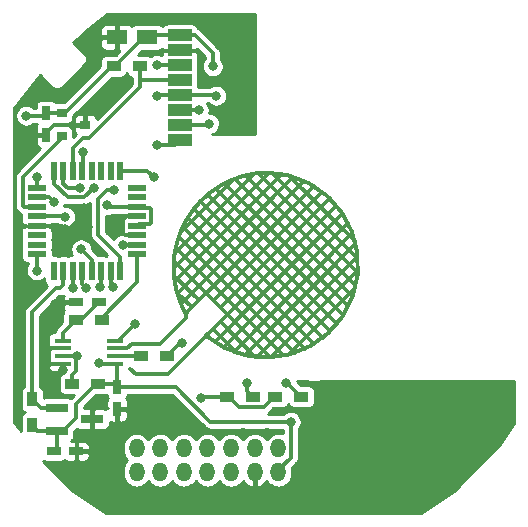
<source format=gtl>
%TF.GenerationSoftware,KiCad,Pcbnew,no-vcs-found-e0b9a21~60~ubuntu16.04.1*%
%TF.CreationDate,2017-10-13T14:39:50+03:00*%
%TF.ProjectId,livolo_1_channel_1way_eu_switch,6C69766F6C6F5F315F6368616E6E656C,rev?*%
%TF.SameCoordinates,Original*%
%TF.FileFunction,Copper,L1,Top,Signal*%
%TF.FilePolarity,Positive*%
%FSLAX46Y46*%
G04 Gerber Fmt 4.6, Leading zero omitted, Abs format (unit mm)*
G04 Created by KiCad (PCBNEW no-vcs-found-e0b9a21~60~ubuntu16.04.1) date Fri Oct 13 14:39:50 2017*
%MOMM*%
%LPD*%
G01*
G04 APERTURE LIST*
%ADD10C,0.300000*%
%ADD11R,0.550000X1.600000*%
%ADD12R,1.600000X0.550000*%
%ADD13R,0.900000X0.800000*%
%ADD14R,2.000000X1.000000*%
%ADD15O,1.300000X1.600000*%
%ADD16R,1.200000X0.900000*%
%ADD17R,0.900000X1.200000*%
%ADD18R,1.200000X0.750000*%
%ADD19R,1.750000X1.260000*%
%ADD20R,0.750000X1.200000*%
%ADD21C,0.500000*%
%ADD22R,1.450000X0.450000*%
%ADD23R,1.900000X0.800000*%
%ADD24C,0.450000*%
%ADD25C,0.800000*%
%ADD26C,0.254000*%
G04 APERTURE END LIST*
D10*
X142702277Y-84199999D02*
G75*
G03X135800000Y-96157018I128066J-8044632D01*
G01*
X137559214Y-98048911D02*
G75*
G03X142600000Y-84200000I5016524J6015903D01*
G01*
X138255033Y-98555212D02*
X149055215Y-87755030D01*
X144020079Y-99681422D02*
X134969063Y-90630406D01*
X138780619Y-95604686D02*
X147992655Y-86392650D01*
X135831094Y-96131181D02*
X146631182Y-85331093D01*
X135224533Y-89673866D02*
X145025364Y-99474697D01*
X144440587Y-99640848D02*
X150140862Y-93940573D01*
X138153541Y-97451464D02*
X140151638Y-99449561D01*
X139866620Y-99366725D02*
X149916686Y-89316659D01*
X137048335Y-86649638D02*
X148050330Y-97651633D01*
X148605850Y-96995133D02*
X137704850Y-86094133D01*
X150179224Y-93721447D02*
X140928029Y-84470252D01*
X147336755Y-85836610D02*
X138176642Y-94996723D01*
X145881652Y-99118965D02*
X135579748Y-88817061D01*
X149511153Y-88511142D02*
X139011142Y-99011153D01*
X141926780Y-84256903D02*
X150285370Y-92615493D01*
X136932153Y-95018276D02*
X134856158Y-92942281D01*
X143963177Y-84363028D02*
X134912690Y-93413515D01*
X150334959Y-92534376D02*
X143034395Y-99834940D01*
X134856993Y-92257222D02*
X142865977Y-84248238D01*
X135342707Y-89347438D02*
X139845298Y-84844847D01*
X141551265Y-84350870D02*
X134950873Y-90951262D01*
X149568227Y-95534450D02*
X139165593Y-85131816D01*
X150172682Y-90272603D02*
X140822617Y-99622668D01*
X141828384Y-99828951D02*
X150279538Y-91377797D01*
X148548757Y-87048518D02*
X137548522Y-98048753D01*
X145825187Y-84925128D02*
X135424897Y-95325418D01*
X135119120Y-94419155D02*
X144919471Y-84618804D01*
X134812507Y-91685920D02*
X142963526Y-99836939D01*
X138410760Y-85588083D02*
X149111344Y-96288667D01*
X150291516Y-91409639D02*
X143132607Y-84250730D01*
X147393365Y-98206638D02*
X136492964Y-87306237D01*
X135985714Y-88011007D02*
X146687360Y-98712653D01*
X140022101Y-84776424D02*
X149922864Y-94677187D01*
X144646808Y-84552831D02*
X150100547Y-90006570D01*
X135145753Y-94452374D02*
X136309196Y-95615817D01*
X141706946Y-99793069D02*
X138759629Y-96845752D01*
D11*
X130250000Y-92550000D03*
X129450000Y-92550000D03*
X128650000Y-92550000D03*
X127850000Y-92550000D03*
X127050000Y-92550000D03*
X126250000Y-92550000D03*
X125450000Y-92550000D03*
X124650000Y-92550000D03*
D12*
X123200000Y-91100000D03*
X123200000Y-90300000D03*
X123200000Y-89500000D03*
X123200000Y-88700000D03*
X123200000Y-87900000D03*
X123200000Y-87100000D03*
X123200000Y-86300000D03*
X123200000Y-85500000D03*
D11*
X124650000Y-84050000D03*
X125450000Y-84050000D03*
X126250000Y-84050000D03*
X127050000Y-84050000D03*
X127850000Y-84050000D03*
X128650000Y-84050000D03*
X129450000Y-84050000D03*
X130250000Y-84050000D03*
D12*
X131700000Y-85500000D03*
X131700000Y-86300000D03*
X131700000Y-87100000D03*
X131700000Y-87900000D03*
X131700000Y-88700000D03*
X131700000Y-89500000D03*
X131700000Y-90300000D03*
X131700000Y-91100000D03*
D13*
X127300000Y-80150000D03*
X125300000Y-81100000D03*
X125300000Y-79200000D03*
D14*
X135300000Y-72600000D03*
X135300000Y-73870000D03*
X135300000Y-75140000D03*
X135300000Y-76410000D03*
X135300000Y-77680000D03*
X135300000Y-78950000D03*
X135300000Y-80220000D03*
X135300000Y-81490000D03*
D15*
X143650000Y-107550000D03*
X143650000Y-109550000D03*
X141650000Y-107550000D03*
X141650000Y-109550000D03*
X139650000Y-107550000D03*
X139650000Y-109550000D03*
X137650000Y-107550000D03*
X137650000Y-109550000D03*
X135650000Y-107550000D03*
X135650000Y-109550000D03*
X133650000Y-107550000D03*
X133650000Y-109550000D03*
X131650000Y-107550000D03*
X131650000Y-109550000D03*
D16*
X132000000Y-99700000D03*
X134200000Y-99700000D03*
D17*
X122800000Y-105600000D03*
X122800000Y-103400000D03*
D16*
X129700000Y-75200000D03*
X131900000Y-75200000D03*
X141500000Y-103200000D03*
X139300000Y-103200000D03*
X143400000Y-103200000D03*
X145600000Y-103200000D03*
D18*
X124650000Y-107800000D03*
X126550000Y-107800000D03*
D19*
X129975000Y-72750000D03*
X132525000Y-72750000D03*
D18*
X128450000Y-95200000D03*
X126550000Y-95200000D03*
D16*
X128400000Y-102100000D03*
X126200000Y-102100000D03*
X128700000Y-96700000D03*
X126500000Y-96700000D03*
D20*
X130000000Y-102350000D03*
X130000000Y-104250000D03*
D21*
X135800000Y-96100000D03*
X137600000Y-98000000D03*
D20*
X124000000Y-79150000D03*
X124000000Y-81050000D03*
D22*
X125400000Y-100375000D03*
X125400000Y-99725000D03*
X125400000Y-99075000D03*
X125400000Y-98425000D03*
X129800000Y-98425000D03*
X129800000Y-99075000D03*
X129800000Y-99725000D03*
X129800000Y-100375000D03*
D23*
X127900000Y-105100000D03*
X124900000Y-106050000D03*
X124900000Y-104150000D03*
D24*
X138649999Y-72000000D03*
X140649999Y-72000000D03*
X128649999Y-74000000D03*
X140649999Y-74000000D03*
X124649999Y-78000000D03*
X128649999Y-104000000D03*
X148649999Y-104000000D03*
X150649999Y-104000000D03*
X152649999Y-104000000D03*
X154649999Y-104000000D03*
X156649999Y-104000000D03*
X158649999Y-104000000D03*
X160649999Y-104000000D03*
X162649999Y-104000000D03*
X130649999Y-106000000D03*
X132649999Y-106000000D03*
X134649999Y-106000000D03*
X140649999Y-106000000D03*
X142649999Y-106000000D03*
X146649999Y-106000000D03*
X148649999Y-106000000D03*
X150649999Y-106000000D03*
X152649999Y-106000000D03*
X154649999Y-106000000D03*
X156649999Y-106000000D03*
X158649999Y-106000000D03*
X160649999Y-106000000D03*
X162649999Y-106000000D03*
X128649999Y-108000000D03*
X146649999Y-108000000D03*
X148649999Y-108000000D03*
X150649999Y-108000000D03*
X152649999Y-108000000D03*
X154649999Y-108000000D03*
X156649999Y-108000000D03*
X158649999Y-108000000D03*
X160649999Y-108000000D03*
X126649999Y-110000000D03*
X128649999Y-110000000D03*
X146649999Y-110000000D03*
X148649999Y-110000000D03*
X150649999Y-110000000D03*
X152649999Y-110000000D03*
X154649999Y-110000000D03*
X156649999Y-110000000D03*
X158649999Y-110000000D03*
X128649999Y-112000000D03*
X130649999Y-112000000D03*
X132649999Y-112000000D03*
X140649999Y-112000000D03*
X142649999Y-112000000D03*
X144649999Y-112000000D03*
X146649999Y-112000000D03*
X148649999Y-112000000D03*
X150649999Y-112000000D03*
X152649999Y-112000000D03*
X154649999Y-112000000D03*
X156649999Y-112000000D03*
D25*
X138100000Y-75200000D03*
X128443827Y-100308710D03*
X122300000Y-79400000D03*
X144700010Y-105300000D03*
X129180005Y-86956868D03*
X124636339Y-86692430D03*
X124699989Y-95315693D03*
X127400000Y-79000000D03*
X125400000Y-100900000D03*
X127524562Y-88800012D03*
X127200000Y-87200000D03*
X129600000Y-88900000D03*
X125600000Y-89000000D03*
X125600000Y-87949987D03*
X126950002Y-90700000D03*
X128033830Y-85500012D03*
X137784307Y-80084307D03*
X133354609Y-77754609D03*
X123200000Y-84600000D03*
X138400000Y-77700000D03*
X136900000Y-78900000D03*
X126900000Y-85500000D03*
X144300000Y-102000000D03*
X141000000Y-102000000D03*
X126629477Y-99740115D03*
X123200000Y-92500000D03*
X137100000Y-103300000D03*
X130516755Y-90299999D03*
X129636057Y-93904635D03*
X127377917Y-93969404D03*
X128586056Y-93899938D03*
X126300000Y-93974998D03*
X133400000Y-81900000D03*
X129700000Y-85700000D03*
X127100000Y-82500000D03*
X133400000Y-75100000D03*
X133100000Y-84600000D03*
X131500000Y-97000000D03*
X135500000Y-98600000D03*
D10*
X129600000Y-88900000D02*
X129700000Y-88800000D01*
X129700000Y-88800000D02*
X130499999Y-88800000D01*
X132820001Y-88575001D02*
X131824999Y-88575001D01*
X132900001Y-88495001D02*
X132820001Y-88575001D01*
X131824999Y-88575001D02*
X131700000Y-88700000D01*
X132820001Y-87224999D02*
X132900001Y-87304999D01*
X131824999Y-87224999D02*
X132820001Y-87224999D01*
X131700000Y-87100000D02*
X131824999Y-87224999D01*
X132900001Y-87304999D02*
X132900001Y-88495001D01*
X138100000Y-74100000D02*
X138100000Y-75200000D01*
X136600000Y-72600000D02*
X138100000Y-74100000D01*
X135300000Y-72600000D02*
X136600000Y-72600000D01*
X130000000Y-102350000D02*
X134950000Y-102350000D01*
X137900000Y-105300000D02*
X144700010Y-105300000D01*
X134950000Y-102350000D02*
X137900000Y-105300000D01*
X128510117Y-100375000D02*
X128443827Y-100308710D01*
X129800000Y-100375000D02*
X128510117Y-100375000D01*
X122300000Y-79400000D02*
X123750000Y-79400000D01*
X123750000Y-79400000D02*
X124000000Y-79150000D01*
X144700010Y-105300000D02*
X144700010Y-108349990D01*
X144700010Y-108349990D02*
X143650000Y-109400000D01*
X129323137Y-87100000D02*
X129180005Y-86956868D01*
X131700000Y-87100000D02*
X129323137Y-87100000D01*
X123200000Y-86300000D02*
X124243909Y-86300000D01*
X124243909Y-86300000D02*
X124636339Y-86692430D01*
X129700000Y-75200000D02*
X129850000Y-75200000D01*
X129850000Y-75200000D02*
X132300000Y-72750000D01*
X132300000Y-72750000D02*
X132525000Y-72750000D01*
X125300000Y-79200000D02*
X125550000Y-79200000D01*
X125550000Y-79200000D02*
X129550000Y-75200000D01*
X129550000Y-75200000D02*
X129700000Y-75200000D01*
X135300000Y-72600000D02*
X132675000Y-72600000D01*
X132675000Y-72600000D02*
X132525000Y-72750000D01*
X124000000Y-79150000D02*
X125250000Y-79150000D01*
X125250000Y-79150000D02*
X125300000Y-79200000D01*
X130000000Y-102350000D02*
X130000000Y-100575000D01*
X130000000Y-100575000D02*
X129800000Y-100375000D01*
X128400000Y-102100000D02*
X129750000Y-102100000D01*
X129750000Y-102100000D02*
X130000000Y-102350000D01*
X124900000Y-106050000D02*
X125450000Y-106050000D01*
X125450000Y-106050000D02*
X126549999Y-104950001D01*
X126549999Y-104950001D02*
X126549999Y-103800001D01*
X126549999Y-103800001D02*
X128250000Y-102100000D01*
X128250000Y-102100000D02*
X128400000Y-102100000D01*
X124900000Y-106050000D02*
X123250000Y-106050000D01*
X123250000Y-106050000D02*
X122800000Y-105600000D01*
X124900000Y-106050000D02*
X124900000Y-107550000D01*
X124900000Y-107550000D02*
X124650000Y-107800000D01*
X126550000Y-95200000D02*
X124815682Y-95200000D01*
X124815682Y-95200000D02*
X124699989Y-95315693D01*
X127300000Y-80150000D02*
X127300000Y-79100000D01*
X127300000Y-79100000D02*
X127400000Y-79000000D01*
X125400000Y-100375000D02*
X125400000Y-100900000D01*
X130499999Y-89295001D02*
X130499999Y-88200012D01*
X130704998Y-89500000D02*
X130499999Y-89295001D01*
X131700000Y-89500000D02*
X130704998Y-89500000D01*
X130800011Y-87900000D02*
X131700000Y-87900000D01*
X130499999Y-88200012D02*
X130800011Y-87900000D01*
X123200000Y-88700000D02*
X125300000Y-88700000D01*
X125300000Y-88700000D02*
X125600000Y-89000000D01*
X124000000Y-81050000D02*
X124000000Y-80825000D01*
X124000000Y-80825000D02*
X124675000Y-80150000D01*
X124675000Y-80150000D02*
X127300000Y-80150000D01*
X125400000Y-99075000D02*
X124375000Y-99075000D01*
X124274999Y-99175001D02*
X124274999Y-100274999D01*
X124375000Y-99075000D02*
X124274999Y-99175001D01*
X124274999Y-100274999D02*
X124375000Y-100375000D01*
X124375000Y-100375000D02*
X125400000Y-100375000D01*
X125550013Y-87900000D02*
X125600000Y-87949987D01*
X123200000Y-87900000D02*
X125550013Y-87900000D01*
X127850000Y-92550000D02*
X127850000Y-91599998D01*
X127850000Y-91599998D02*
X126950002Y-90700000D01*
X124650000Y-85150000D02*
X125800001Y-86300001D01*
X125800001Y-86300001D02*
X127233841Y-86300001D01*
X124650000Y-84050000D02*
X124650000Y-85150000D01*
X127233841Y-86300001D02*
X128033830Y-85500012D01*
X135300000Y-80220000D02*
X137648614Y-80220000D01*
X137648614Y-80220000D02*
X137784307Y-80084307D01*
X133429218Y-77680000D02*
X133354609Y-77754609D01*
X135300000Y-77680000D02*
X133429218Y-77680000D01*
X123200000Y-85500000D02*
X123200000Y-84600000D01*
X135300000Y-77680000D02*
X138380000Y-77680000D01*
X138380000Y-77680000D02*
X138400000Y-77700000D01*
X135300000Y-78950000D02*
X136850000Y-78950000D01*
X136850000Y-78950000D02*
X136900000Y-78900000D01*
X125450000Y-84050000D02*
X125450000Y-85150000D01*
X125450000Y-85150000D02*
X125800000Y-85500000D01*
X125800000Y-85500000D02*
X126900000Y-85500000D01*
X144300000Y-102000000D02*
X144400000Y-102000000D01*
X144400000Y-102000000D02*
X145600000Y-103200000D01*
X141000000Y-102000000D02*
X141000000Y-102700000D01*
X141000000Y-102700000D02*
X141500000Y-103200000D01*
X123200000Y-91100000D02*
X123200000Y-92500000D01*
X126200000Y-102100000D02*
X126200000Y-101350000D01*
X126200000Y-101350000D02*
X126525001Y-101024999D01*
X126525001Y-101024999D02*
X126525001Y-99825001D01*
X126525001Y-99825001D02*
X126425000Y-99725000D01*
X126425000Y-99725000D02*
X125400000Y-99725000D01*
X137200000Y-103200000D02*
X137100000Y-103300000D01*
X139300000Y-103200000D02*
X137200000Y-103200000D01*
X130516755Y-90299999D02*
X131699999Y-90299999D01*
X131699999Y-90299999D02*
X131700000Y-90300000D01*
X143400000Y-103200000D02*
X143250000Y-103200000D01*
X143250000Y-103200000D02*
X142399999Y-104050001D01*
X142399999Y-104050001D02*
X140300001Y-104050001D01*
X140300001Y-104050001D02*
X139450000Y-103200000D01*
X139450000Y-103200000D02*
X139300000Y-103200000D01*
X129450000Y-93718578D02*
X129636057Y-93904635D01*
X129450000Y-92550000D02*
X129450000Y-93718578D01*
X127050000Y-92550000D02*
X127050000Y-93641487D01*
X127050000Y-93641487D02*
X127377917Y-93969404D01*
X128650000Y-93835994D02*
X128586056Y-93899938D01*
X128650000Y-92550000D02*
X128650000Y-93835994D01*
X126300000Y-93974998D02*
X126300000Y-92600000D01*
X126300000Y-92600000D02*
X126250000Y-92550000D01*
X122800000Y-103400000D02*
X122800000Y-96031678D01*
X122800000Y-96031678D02*
X124831678Y-94000000D01*
X124831678Y-94000000D02*
X125200000Y-94000000D01*
X125450000Y-93750000D02*
X125450000Y-92550000D01*
X125200000Y-94000000D02*
X125450000Y-93750000D01*
X124900000Y-104150000D02*
X123550000Y-104150000D01*
X123550000Y-104150000D02*
X122800000Y-103400000D01*
X126500000Y-96700000D02*
X126950000Y-96700000D01*
X126950000Y-96700000D02*
X128450000Y-95200000D01*
X126500000Y-96700000D02*
X126850000Y-96700000D01*
X125400000Y-98425000D02*
X125400000Y-97800000D01*
X125400000Y-97800000D02*
X126500000Y-96700000D01*
X129134315Y-85700000D02*
X129700000Y-85700000D01*
X128350215Y-86484100D02*
X129134315Y-85700000D01*
X128350215Y-87866213D02*
X128350215Y-86484100D01*
X130250000Y-91350000D02*
X128400001Y-89500001D01*
X128400001Y-87915999D02*
X128350215Y-87866213D01*
X130250000Y-92550000D02*
X130250000Y-91350000D01*
X128400001Y-89500001D02*
X128400001Y-87915999D01*
X133400000Y-81900000D02*
X134890000Y-81900000D01*
X134890000Y-81900000D02*
X135300000Y-81490000D01*
X131900000Y-75200000D02*
X131900000Y-77000000D01*
X126250000Y-82165998D02*
X126250000Y-84050000D01*
X131900000Y-77000000D02*
X127600000Y-81300000D01*
X127600000Y-81300000D02*
X127115998Y-81300000D01*
X127115998Y-81300000D02*
X126250000Y-82165998D01*
X135300000Y-76410000D02*
X131900000Y-76410000D01*
X131900000Y-76410000D02*
X131900000Y-75200000D01*
X127100000Y-82500000D02*
X127100000Y-84000000D01*
X127100000Y-84000000D02*
X127050000Y-84050000D01*
X135300000Y-75140000D02*
X133440000Y-75140000D01*
X133440000Y-75140000D02*
X133400000Y-75100000D01*
X132550000Y-84050000D02*
X133100000Y-84600000D01*
X130250000Y-84050000D02*
X132550000Y-84050000D01*
X129800000Y-98425000D02*
X130075000Y-98425000D01*
X130075000Y-98425000D02*
X131500000Y-97000000D01*
X131700000Y-93500000D02*
X131700000Y-91100000D01*
X128700000Y-96500000D02*
X131700000Y-93500000D01*
X128700000Y-96700000D02*
X128700000Y-96500000D01*
X132000000Y-99700000D02*
X129825000Y-99700000D01*
X129825000Y-99700000D02*
X129800000Y-99725000D01*
X135500000Y-98600000D02*
X135300000Y-98600000D01*
X135300000Y-98600000D02*
X134200000Y-99700000D01*
X135800000Y-96100000D02*
X135800000Y-96500000D01*
X135800000Y-96500000D02*
X133600000Y-98700000D01*
X133600000Y-98700000D02*
X131229998Y-98700000D01*
X131229998Y-98700000D02*
X130854998Y-99075000D01*
X130854998Y-99075000D02*
X129800000Y-99075000D01*
X139300000Y-96200000D02*
X139300000Y-96300000D01*
X139300000Y-96300000D02*
X137600000Y-98000000D01*
X137500000Y-94400000D02*
X139300000Y-96200000D01*
X135800000Y-96100000D02*
X137500000Y-94400000D01*
X131600000Y-101300000D02*
X131100000Y-100800000D01*
X134300000Y-101300000D02*
X131600000Y-101300000D01*
X137600000Y-98000000D02*
X134300000Y-101300000D01*
X122100000Y-87100000D02*
X123200000Y-87100000D01*
X121999999Y-86999999D02*
X122100000Y-87100000D01*
X121999999Y-84615997D02*
X121999999Y-86999999D01*
X125300000Y-81315996D02*
X121999999Y-84615997D01*
X125300000Y-81100000D02*
X125300000Y-81315996D01*
D26*
G36*
X146303476Y-101920376D02*
X146548067Y-101974152D01*
X146798444Y-101979397D01*
X147045072Y-101935910D01*
X147278557Y-101845347D01*
X147307467Y-101827000D01*
X163623000Y-101827000D01*
X163623000Y-105429343D01*
X162458888Y-107225143D01*
X158533070Y-111153879D01*
X155723843Y-113024320D01*
X129075218Y-113024320D01*
X126267283Y-111154740D01*
X123757570Y-108616251D01*
X123847350Y-108664239D01*
X123946690Y-108694374D01*
X124050000Y-108704549D01*
X125250000Y-108704549D01*
X125353310Y-108694374D01*
X125452650Y-108664239D01*
X125544202Y-108615304D01*
X125599572Y-108569863D01*
X125614057Y-108584348D01*
X125700372Y-108642021D01*
X125796280Y-108681748D01*
X125898095Y-108702000D01*
X126345250Y-108702000D01*
X126477000Y-108570250D01*
X126477000Y-107873000D01*
X126623000Y-107873000D01*
X126623000Y-108570250D01*
X126754750Y-108702000D01*
X127201905Y-108702000D01*
X127303720Y-108681748D01*
X127399628Y-108642021D01*
X127485943Y-108584348D01*
X127559348Y-108510943D01*
X127617021Y-108424628D01*
X127656748Y-108328720D01*
X127677000Y-108226905D01*
X127677000Y-108004750D01*
X127545250Y-107873000D01*
X126623000Y-107873000D01*
X126477000Y-107873000D01*
X126457000Y-107873000D01*
X126457000Y-107727000D01*
X126477000Y-107727000D01*
X126477000Y-107029750D01*
X126623000Y-107029750D01*
X126623000Y-107727000D01*
X127545250Y-107727000D01*
X127677000Y-107595250D01*
X127677000Y-107373095D01*
X127656748Y-107271280D01*
X127617021Y-107175372D01*
X127559348Y-107089057D01*
X127485943Y-107015652D01*
X127399628Y-106957979D01*
X127303720Y-106918252D01*
X127201905Y-106898000D01*
X126754750Y-106898000D01*
X126623000Y-107029750D01*
X126477000Y-107029750D01*
X126345250Y-106898000D01*
X126129804Y-106898000D01*
X126144202Y-106890304D01*
X126224448Y-106824448D01*
X126290304Y-106744202D01*
X126339239Y-106652650D01*
X126369374Y-106553310D01*
X126379549Y-106450000D01*
X126379549Y-106077873D01*
X126581066Y-105876357D01*
X126614057Y-105909348D01*
X126700372Y-105967021D01*
X126796280Y-106006748D01*
X126898095Y-106027000D01*
X127695250Y-106027000D01*
X127827000Y-105895250D01*
X127827000Y-105173000D01*
X127807000Y-105173000D01*
X127807000Y-105027000D01*
X127827000Y-105027000D01*
X127827000Y-104304750D01*
X127695250Y-104173000D01*
X127226999Y-104173000D01*
X127226999Y-104080423D01*
X128227874Y-103079549D01*
X129000000Y-103079549D01*
X129103310Y-103069374D01*
X129109893Y-103067377D01*
X129135761Y-103152650D01*
X129184696Y-103244202D01*
X129230137Y-103299572D01*
X129215652Y-103314057D01*
X129157979Y-103400372D01*
X129118252Y-103496280D01*
X129098000Y-103598095D01*
X129098000Y-104045250D01*
X129229748Y-104176998D01*
X129098000Y-104176998D01*
X129098000Y-104232305D01*
X129003720Y-104193252D01*
X128901905Y-104173000D01*
X128104750Y-104173000D01*
X127973000Y-104304750D01*
X127973000Y-105027000D01*
X127993000Y-105027000D01*
X127993000Y-105173000D01*
X127973000Y-105173000D01*
X127973000Y-105895250D01*
X128104750Y-106027000D01*
X128901905Y-106027000D01*
X129003720Y-106006748D01*
X129099628Y-105967021D01*
X129185943Y-105909348D01*
X129259348Y-105835943D01*
X129317021Y-105749628D01*
X129356748Y-105653720D01*
X129377000Y-105551905D01*
X129377000Y-105317695D01*
X129471280Y-105356748D01*
X129573095Y-105377000D01*
X129795250Y-105377000D01*
X129927000Y-105245250D01*
X129927000Y-104323000D01*
X130073000Y-104323000D01*
X130073000Y-105245250D01*
X130204750Y-105377000D01*
X130426905Y-105377000D01*
X130528720Y-105356748D01*
X130624628Y-105317021D01*
X130710943Y-105259348D01*
X130784348Y-105185943D01*
X130842021Y-105099628D01*
X130881748Y-105003720D01*
X130902000Y-104901905D01*
X130902000Y-104454750D01*
X130770250Y-104323000D01*
X130073000Y-104323000D01*
X129927000Y-104323000D01*
X129907000Y-104323000D01*
X129907000Y-104177000D01*
X129927000Y-104177000D01*
X129927000Y-104157000D01*
X130073000Y-104157000D01*
X130073000Y-104177000D01*
X130770250Y-104177000D01*
X130902000Y-104045250D01*
X130902000Y-103598095D01*
X130881748Y-103496280D01*
X130842021Y-103400372D01*
X130784348Y-103314057D01*
X130769863Y-103299572D01*
X130815304Y-103244202D01*
X130864239Y-103152650D01*
X130894374Y-103053310D01*
X130896965Y-103027000D01*
X134669578Y-103027000D01*
X137421289Y-105778711D01*
X137469596Y-105818391D01*
X137517517Y-105858602D01*
X137520637Y-105860317D01*
X137523388Y-105862577D01*
X137578509Y-105892133D01*
X137633301Y-105922255D01*
X137636694Y-105923331D01*
X137639832Y-105925014D01*
X137699664Y-105943306D01*
X137759244Y-105962206D01*
X137762780Y-105962603D01*
X137766186Y-105963644D01*
X137828383Y-105969961D01*
X137890548Y-105976934D01*
X137897515Y-105976983D01*
X137897637Y-105976995D01*
X137897750Y-105976984D01*
X137900000Y-105977000D01*
X144023010Y-105977000D01*
X144023010Y-106282824D01*
X143886669Y-106240619D01*
X143658217Y-106216608D01*
X143429452Y-106237427D01*
X143209088Y-106302284D01*
X143005518Y-106408707D01*
X142826496Y-106552645D01*
X142678841Y-106728613D01*
X142650508Y-106780151D01*
X142630348Y-106742237D01*
X142485165Y-106564225D01*
X142308170Y-106417802D01*
X142106106Y-106308546D01*
X141886669Y-106240619D01*
X141658217Y-106216608D01*
X141429452Y-106237427D01*
X141209088Y-106302284D01*
X141005518Y-106408707D01*
X140826496Y-106552645D01*
X140678841Y-106728613D01*
X140650508Y-106780151D01*
X140630348Y-106742237D01*
X140485165Y-106564225D01*
X140308170Y-106417802D01*
X140106106Y-106308546D01*
X139886669Y-106240619D01*
X139658217Y-106216608D01*
X139429452Y-106237427D01*
X139209088Y-106302284D01*
X139005518Y-106408707D01*
X138826496Y-106552645D01*
X138678841Y-106728613D01*
X138650508Y-106780151D01*
X138630348Y-106742237D01*
X138485165Y-106564225D01*
X138308170Y-106417802D01*
X138106106Y-106308546D01*
X137886669Y-106240619D01*
X137658217Y-106216608D01*
X137429452Y-106237427D01*
X137209088Y-106302284D01*
X137005518Y-106408707D01*
X136826496Y-106552645D01*
X136678841Y-106728613D01*
X136650508Y-106780151D01*
X136630348Y-106742237D01*
X136485165Y-106564225D01*
X136308170Y-106417802D01*
X136106106Y-106308546D01*
X135886669Y-106240619D01*
X135658217Y-106216608D01*
X135429452Y-106237427D01*
X135209088Y-106302284D01*
X135005518Y-106408707D01*
X134826496Y-106552645D01*
X134678841Y-106728613D01*
X134650508Y-106780151D01*
X134630348Y-106742237D01*
X134485165Y-106564225D01*
X134308170Y-106417802D01*
X134106106Y-106308546D01*
X133886669Y-106240619D01*
X133658217Y-106216608D01*
X133429452Y-106237427D01*
X133209088Y-106302284D01*
X133005518Y-106408707D01*
X132826496Y-106552645D01*
X132678841Y-106728613D01*
X132650508Y-106780151D01*
X132630348Y-106742237D01*
X132485165Y-106564225D01*
X132308170Y-106417802D01*
X132106106Y-106308546D01*
X131886669Y-106240619D01*
X131658217Y-106216608D01*
X131429452Y-106237427D01*
X131209088Y-106302284D01*
X131005518Y-106408707D01*
X130826496Y-106552645D01*
X130678841Y-106728613D01*
X130568178Y-106929909D01*
X130498720Y-107148867D01*
X130473115Y-107377146D01*
X130473000Y-107393579D01*
X130473000Y-107706421D01*
X130495416Y-107935035D01*
X130561809Y-108154941D01*
X130669652Y-108357763D01*
X130814835Y-108535775D01*
X130830924Y-108549085D01*
X130826496Y-108552645D01*
X130678841Y-108728613D01*
X130568178Y-108929909D01*
X130498720Y-109148867D01*
X130473115Y-109377146D01*
X130473000Y-109393579D01*
X130473000Y-109706421D01*
X130495416Y-109935035D01*
X130561809Y-110154941D01*
X130669652Y-110357763D01*
X130814835Y-110535775D01*
X130991830Y-110682198D01*
X131193894Y-110791454D01*
X131413331Y-110859381D01*
X131641783Y-110883392D01*
X131870548Y-110862573D01*
X132090912Y-110797716D01*
X132294482Y-110691293D01*
X132473504Y-110547355D01*
X132621159Y-110371387D01*
X132649492Y-110319849D01*
X132669652Y-110357763D01*
X132814835Y-110535775D01*
X132991830Y-110682198D01*
X133193894Y-110791454D01*
X133413331Y-110859381D01*
X133641783Y-110883392D01*
X133870548Y-110862573D01*
X134090912Y-110797716D01*
X134294482Y-110691293D01*
X134473504Y-110547355D01*
X134621159Y-110371387D01*
X134649492Y-110319849D01*
X134669652Y-110357763D01*
X134814835Y-110535775D01*
X134991830Y-110682198D01*
X135193894Y-110791454D01*
X135413331Y-110859381D01*
X135641783Y-110883392D01*
X135870548Y-110862573D01*
X136090912Y-110797716D01*
X136294482Y-110691293D01*
X136473504Y-110547355D01*
X136621159Y-110371387D01*
X136649492Y-110319849D01*
X136669652Y-110357763D01*
X136814835Y-110535775D01*
X136991830Y-110682198D01*
X137193894Y-110791454D01*
X137413331Y-110859381D01*
X137641783Y-110883392D01*
X137870548Y-110862573D01*
X138090912Y-110797716D01*
X138294482Y-110691293D01*
X138473504Y-110547355D01*
X138621159Y-110371387D01*
X138649492Y-110319849D01*
X138669652Y-110357763D01*
X138814835Y-110535775D01*
X138991830Y-110682198D01*
X139193894Y-110791454D01*
X139413331Y-110859381D01*
X139641783Y-110883392D01*
X139870548Y-110862573D01*
X140090912Y-110797716D01*
X140294482Y-110691293D01*
X140473504Y-110547355D01*
X140621159Y-110371387D01*
X140651359Y-110316454D01*
X140711916Y-110414604D01*
X140869353Y-110583884D01*
X141056790Y-110719197D01*
X141267024Y-110815343D01*
X141394130Y-110848851D01*
X141577000Y-110742698D01*
X141577000Y-109623000D01*
X141557000Y-109623000D01*
X141557000Y-109477000D01*
X141577000Y-109477000D01*
X141577000Y-109457000D01*
X141723000Y-109457000D01*
X141723000Y-109477000D01*
X141743000Y-109477000D01*
X141743000Y-109623000D01*
X141723000Y-109623000D01*
X141723000Y-110742698D01*
X141905870Y-110848851D01*
X142032976Y-110815343D01*
X142243210Y-110719197D01*
X142430647Y-110583884D01*
X142588084Y-110414604D01*
X142648129Y-110317284D01*
X142669652Y-110357763D01*
X142814835Y-110535775D01*
X142991830Y-110682198D01*
X143193894Y-110791454D01*
X143413331Y-110859381D01*
X143641783Y-110883392D01*
X143870548Y-110862573D01*
X144090912Y-110797716D01*
X144294482Y-110691293D01*
X144473504Y-110547355D01*
X144621159Y-110371387D01*
X144731822Y-110170091D01*
X144801280Y-109951133D01*
X144826885Y-109722854D01*
X144827000Y-109706421D01*
X144827000Y-109393579D01*
X144807966Y-109199457D01*
X145178721Y-108828702D01*
X145218422Y-108780369D01*
X145258612Y-108732473D01*
X145260327Y-108729353D01*
X145262587Y-108726602D01*
X145292143Y-108671481D01*
X145322265Y-108616689D01*
X145323341Y-108613296D01*
X145325024Y-108610158D01*
X145343307Y-108550354D01*
X145362216Y-108490746D01*
X145362613Y-108487207D01*
X145363653Y-108483805D01*
X145369966Y-108421652D01*
X145376944Y-108359442D01*
X145376993Y-108352475D01*
X145377005Y-108352353D01*
X145376994Y-108352240D01*
X145377010Y-108349990D01*
X145377010Y-105935439D01*
X145405140Y-105908651D01*
X145509931Y-105760099D01*
X145583874Y-105594022D01*
X145624150Y-105416746D01*
X145627049Y-105209103D01*
X145591739Y-105030771D01*
X145522462Y-104862694D01*
X145421859Y-104711274D01*
X145293761Y-104582278D01*
X145143047Y-104480621D01*
X144975458Y-104410173D01*
X144797377Y-104373618D01*
X144615587Y-104372349D01*
X144437013Y-104406413D01*
X144268457Y-104474515D01*
X144116338Y-104574058D01*
X144066360Y-104623000D01*
X142758652Y-104623000D01*
X142768720Y-104617781D01*
X142771502Y-104615560D01*
X142774645Y-104613889D01*
X142823096Y-104574373D01*
X142871980Y-104535349D01*
X142876936Y-104530462D01*
X142877036Y-104530380D01*
X142877113Y-104530287D01*
X142878710Y-104528712D01*
X143227873Y-104179549D01*
X144000000Y-104179549D01*
X144103310Y-104169374D01*
X144202650Y-104139239D01*
X144294202Y-104090304D01*
X144374448Y-104024448D01*
X144440304Y-103944202D01*
X144489239Y-103852650D01*
X144500000Y-103817176D01*
X144510761Y-103852650D01*
X144559696Y-103944202D01*
X144625552Y-104024448D01*
X144705798Y-104090304D01*
X144797350Y-104139239D01*
X144896690Y-104169374D01*
X145000000Y-104179549D01*
X146200000Y-104179549D01*
X146303310Y-104169374D01*
X146402650Y-104139239D01*
X146494202Y-104090304D01*
X146574448Y-104024448D01*
X146640304Y-103944202D01*
X146689239Y-103852650D01*
X146719374Y-103753310D01*
X146729549Y-103650000D01*
X146729549Y-102750000D01*
X146719374Y-102646690D01*
X146689239Y-102547350D01*
X146640304Y-102455798D01*
X146574448Y-102375552D01*
X146494202Y-102309696D01*
X146402650Y-102260761D01*
X146303310Y-102230626D01*
X146200000Y-102220451D01*
X145577873Y-102220451D01*
X145217290Y-101859868D01*
X145210782Y-101827000D01*
X146089748Y-101827000D01*
X146303476Y-101920376D01*
X146303476Y-101920376D01*
G37*
X146303476Y-101920376D02*
X146548067Y-101974152D01*
X146798444Y-101979397D01*
X147045072Y-101935910D01*
X147278557Y-101845347D01*
X147307467Y-101827000D01*
X163623000Y-101827000D01*
X163623000Y-105429343D01*
X162458888Y-107225143D01*
X158533070Y-111153879D01*
X155723843Y-113024320D01*
X129075218Y-113024320D01*
X126267283Y-111154740D01*
X123757570Y-108616251D01*
X123847350Y-108664239D01*
X123946690Y-108694374D01*
X124050000Y-108704549D01*
X125250000Y-108704549D01*
X125353310Y-108694374D01*
X125452650Y-108664239D01*
X125544202Y-108615304D01*
X125599572Y-108569863D01*
X125614057Y-108584348D01*
X125700372Y-108642021D01*
X125796280Y-108681748D01*
X125898095Y-108702000D01*
X126345250Y-108702000D01*
X126477000Y-108570250D01*
X126477000Y-107873000D01*
X126623000Y-107873000D01*
X126623000Y-108570250D01*
X126754750Y-108702000D01*
X127201905Y-108702000D01*
X127303720Y-108681748D01*
X127399628Y-108642021D01*
X127485943Y-108584348D01*
X127559348Y-108510943D01*
X127617021Y-108424628D01*
X127656748Y-108328720D01*
X127677000Y-108226905D01*
X127677000Y-108004750D01*
X127545250Y-107873000D01*
X126623000Y-107873000D01*
X126477000Y-107873000D01*
X126457000Y-107873000D01*
X126457000Y-107727000D01*
X126477000Y-107727000D01*
X126477000Y-107029750D01*
X126623000Y-107029750D01*
X126623000Y-107727000D01*
X127545250Y-107727000D01*
X127677000Y-107595250D01*
X127677000Y-107373095D01*
X127656748Y-107271280D01*
X127617021Y-107175372D01*
X127559348Y-107089057D01*
X127485943Y-107015652D01*
X127399628Y-106957979D01*
X127303720Y-106918252D01*
X127201905Y-106898000D01*
X126754750Y-106898000D01*
X126623000Y-107029750D01*
X126477000Y-107029750D01*
X126345250Y-106898000D01*
X126129804Y-106898000D01*
X126144202Y-106890304D01*
X126224448Y-106824448D01*
X126290304Y-106744202D01*
X126339239Y-106652650D01*
X126369374Y-106553310D01*
X126379549Y-106450000D01*
X126379549Y-106077873D01*
X126581066Y-105876357D01*
X126614057Y-105909348D01*
X126700372Y-105967021D01*
X126796280Y-106006748D01*
X126898095Y-106027000D01*
X127695250Y-106027000D01*
X127827000Y-105895250D01*
X127827000Y-105173000D01*
X127807000Y-105173000D01*
X127807000Y-105027000D01*
X127827000Y-105027000D01*
X127827000Y-104304750D01*
X127695250Y-104173000D01*
X127226999Y-104173000D01*
X127226999Y-104080423D01*
X128227874Y-103079549D01*
X129000000Y-103079549D01*
X129103310Y-103069374D01*
X129109893Y-103067377D01*
X129135761Y-103152650D01*
X129184696Y-103244202D01*
X129230137Y-103299572D01*
X129215652Y-103314057D01*
X129157979Y-103400372D01*
X129118252Y-103496280D01*
X129098000Y-103598095D01*
X129098000Y-104045250D01*
X129229748Y-104176998D01*
X129098000Y-104176998D01*
X129098000Y-104232305D01*
X129003720Y-104193252D01*
X128901905Y-104173000D01*
X128104750Y-104173000D01*
X127973000Y-104304750D01*
X127973000Y-105027000D01*
X127993000Y-105027000D01*
X127993000Y-105173000D01*
X127973000Y-105173000D01*
X127973000Y-105895250D01*
X128104750Y-106027000D01*
X128901905Y-106027000D01*
X129003720Y-106006748D01*
X129099628Y-105967021D01*
X129185943Y-105909348D01*
X129259348Y-105835943D01*
X129317021Y-105749628D01*
X129356748Y-105653720D01*
X129377000Y-105551905D01*
X129377000Y-105317695D01*
X129471280Y-105356748D01*
X129573095Y-105377000D01*
X129795250Y-105377000D01*
X129927000Y-105245250D01*
X129927000Y-104323000D01*
X130073000Y-104323000D01*
X130073000Y-105245250D01*
X130204750Y-105377000D01*
X130426905Y-105377000D01*
X130528720Y-105356748D01*
X130624628Y-105317021D01*
X130710943Y-105259348D01*
X130784348Y-105185943D01*
X130842021Y-105099628D01*
X130881748Y-105003720D01*
X130902000Y-104901905D01*
X130902000Y-104454750D01*
X130770250Y-104323000D01*
X130073000Y-104323000D01*
X129927000Y-104323000D01*
X129907000Y-104323000D01*
X129907000Y-104177000D01*
X129927000Y-104177000D01*
X129927000Y-104157000D01*
X130073000Y-104157000D01*
X130073000Y-104177000D01*
X130770250Y-104177000D01*
X130902000Y-104045250D01*
X130902000Y-103598095D01*
X130881748Y-103496280D01*
X130842021Y-103400372D01*
X130784348Y-103314057D01*
X130769863Y-103299572D01*
X130815304Y-103244202D01*
X130864239Y-103152650D01*
X130894374Y-103053310D01*
X130896965Y-103027000D01*
X134669578Y-103027000D01*
X137421289Y-105778711D01*
X137469596Y-105818391D01*
X137517517Y-105858602D01*
X137520637Y-105860317D01*
X137523388Y-105862577D01*
X137578509Y-105892133D01*
X137633301Y-105922255D01*
X137636694Y-105923331D01*
X137639832Y-105925014D01*
X137699664Y-105943306D01*
X137759244Y-105962206D01*
X137762780Y-105962603D01*
X137766186Y-105963644D01*
X137828383Y-105969961D01*
X137890548Y-105976934D01*
X137897515Y-105976983D01*
X137897637Y-105976995D01*
X137897750Y-105976984D01*
X137900000Y-105977000D01*
X144023010Y-105977000D01*
X144023010Y-106282824D01*
X143886669Y-106240619D01*
X143658217Y-106216608D01*
X143429452Y-106237427D01*
X143209088Y-106302284D01*
X143005518Y-106408707D01*
X142826496Y-106552645D01*
X142678841Y-106728613D01*
X142650508Y-106780151D01*
X142630348Y-106742237D01*
X142485165Y-106564225D01*
X142308170Y-106417802D01*
X142106106Y-106308546D01*
X141886669Y-106240619D01*
X141658217Y-106216608D01*
X141429452Y-106237427D01*
X141209088Y-106302284D01*
X141005518Y-106408707D01*
X140826496Y-106552645D01*
X140678841Y-106728613D01*
X140650508Y-106780151D01*
X140630348Y-106742237D01*
X140485165Y-106564225D01*
X140308170Y-106417802D01*
X140106106Y-106308546D01*
X139886669Y-106240619D01*
X139658217Y-106216608D01*
X139429452Y-106237427D01*
X139209088Y-106302284D01*
X139005518Y-106408707D01*
X138826496Y-106552645D01*
X138678841Y-106728613D01*
X138650508Y-106780151D01*
X138630348Y-106742237D01*
X138485165Y-106564225D01*
X138308170Y-106417802D01*
X138106106Y-106308546D01*
X137886669Y-106240619D01*
X137658217Y-106216608D01*
X137429452Y-106237427D01*
X137209088Y-106302284D01*
X137005518Y-106408707D01*
X136826496Y-106552645D01*
X136678841Y-106728613D01*
X136650508Y-106780151D01*
X136630348Y-106742237D01*
X136485165Y-106564225D01*
X136308170Y-106417802D01*
X136106106Y-106308546D01*
X135886669Y-106240619D01*
X135658217Y-106216608D01*
X135429452Y-106237427D01*
X135209088Y-106302284D01*
X135005518Y-106408707D01*
X134826496Y-106552645D01*
X134678841Y-106728613D01*
X134650508Y-106780151D01*
X134630348Y-106742237D01*
X134485165Y-106564225D01*
X134308170Y-106417802D01*
X134106106Y-106308546D01*
X133886669Y-106240619D01*
X133658217Y-106216608D01*
X133429452Y-106237427D01*
X133209088Y-106302284D01*
X133005518Y-106408707D01*
X132826496Y-106552645D01*
X132678841Y-106728613D01*
X132650508Y-106780151D01*
X132630348Y-106742237D01*
X132485165Y-106564225D01*
X132308170Y-106417802D01*
X132106106Y-106308546D01*
X131886669Y-106240619D01*
X131658217Y-106216608D01*
X131429452Y-106237427D01*
X131209088Y-106302284D01*
X131005518Y-106408707D01*
X130826496Y-106552645D01*
X130678841Y-106728613D01*
X130568178Y-106929909D01*
X130498720Y-107148867D01*
X130473115Y-107377146D01*
X130473000Y-107393579D01*
X130473000Y-107706421D01*
X130495416Y-107935035D01*
X130561809Y-108154941D01*
X130669652Y-108357763D01*
X130814835Y-108535775D01*
X130830924Y-108549085D01*
X130826496Y-108552645D01*
X130678841Y-108728613D01*
X130568178Y-108929909D01*
X130498720Y-109148867D01*
X130473115Y-109377146D01*
X130473000Y-109393579D01*
X130473000Y-109706421D01*
X130495416Y-109935035D01*
X130561809Y-110154941D01*
X130669652Y-110357763D01*
X130814835Y-110535775D01*
X130991830Y-110682198D01*
X131193894Y-110791454D01*
X131413331Y-110859381D01*
X131641783Y-110883392D01*
X131870548Y-110862573D01*
X132090912Y-110797716D01*
X132294482Y-110691293D01*
X132473504Y-110547355D01*
X132621159Y-110371387D01*
X132649492Y-110319849D01*
X132669652Y-110357763D01*
X132814835Y-110535775D01*
X132991830Y-110682198D01*
X133193894Y-110791454D01*
X133413331Y-110859381D01*
X133641783Y-110883392D01*
X133870548Y-110862573D01*
X134090912Y-110797716D01*
X134294482Y-110691293D01*
X134473504Y-110547355D01*
X134621159Y-110371387D01*
X134649492Y-110319849D01*
X134669652Y-110357763D01*
X134814835Y-110535775D01*
X134991830Y-110682198D01*
X135193894Y-110791454D01*
X135413331Y-110859381D01*
X135641783Y-110883392D01*
X135870548Y-110862573D01*
X136090912Y-110797716D01*
X136294482Y-110691293D01*
X136473504Y-110547355D01*
X136621159Y-110371387D01*
X136649492Y-110319849D01*
X136669652Y-110357763D01*
X136814835Y-110535775D01*
X136991830Y-110682198D01*
X137193894Y-110791454D01*
X137413331Y-110859381D01*
X137641783Y-110883392D01*
X137870548Y-110862573D01*
X138090912Y-110797716D01*
X138294482Y-110691293D01*
X138473504Y-110547355D01*
X138621159Y-110371387D01*
X138649492Y-110319849D01*
X138669652Y-110357763D01*
X138814835Y-110535775D01*
X138991830Y-110682198D01*
X139193894Y-110791454D01*
X139413331Y-110859381D01*
X139641783Y-110883392D01*
X139870548Y-110862573D01*
X140090912Y-110797716D01*
X140294482Y-110691293D01*
X140473504Y-110547355D01*
X140621159Y-110371387D01*
X140651359Y-110316454D01*
X140711916Y-110414604D01*
X140869353Y-110583884D01*
X141056790Y-110719197D01*
X141267024Y-110815343D01*
X141394130Y-110848851D01*
X141577000Y-110742698D01*
X141577000Y-109623000D01*
X141557000Y-109623000D01*
X141557000Y-109477000D01*
X141577000Y-109477000D01*
X141577000Y-109457000D01*
X141723000Y-109457000D01*
X141723000Y-109477000D01*
X141743000Y-109477000D01*
X141743000Y-109623000D01*
X141723000Y-109623000D01*
X141723000Y-110742698D01*
X141905870Y-110848851D01*
X142032976Y-110815343D01*
X142243210Y-110719197D01*
X142430647Y-110583884D01*
X142588084Y-110414604D01*
X142648129Y-110317284D01*
X142669652Y-110357763D01*
X142814835Y-110535775D01*
X142991830Y-110682198D01*
X143193894Y-110791454D01*
X143413331Y-110859381D01*
X143641783Y-110883392D01*
X143870548Y-110862573D01*
X144090912Y-110797716D01*
X144294482Y-110691293D01*
X144473504Y-110547355D01*
X144621159Y-110371387D01*
X144731822Y-110170091D01*
X144801280Y-109951133D01*
X144826885Y-109722854D01*
X144827000Y-109706421D01*
X144827000Y-109393579D01*
X144807966Y-109199457D01*
X145178721Y-108828702D01*
X145218422Y-108780369D01*
X145258612Y-108732473D01*
X145260327Y-108729353D01*
X145262587Y-108726602D01*
X145292143Y-108671481D01*
X145322265Y-108616689D01*
X145323341Y-108613296D01*
X145325024Y-108610158D01*
X145343307Y-108550354D01*
X145362216Y-108490746D01*
X145362613Y-108487207D01*
X145363653Y-108483805D01*
X145369966Y-108421652D01*
X145376944Y-108359442D01*
X145376993Y-108352475D01*
X145377005Y-108352353D01*
X145376994Y-108352240D01*
X145377010Y-108349990D01*
X145377010Y-105935439D01*
X145405140Y-105908651D01*
X145509931Y-105760099D01*
X145583874Y-105594022D01*
X145624150Y-105416746D01*
X145627049Y-105209103D01*
X145591739Y-105030771D01*
X145522462Y-104862694D01*
X145421859Y-104711274D01*
X145293761Y-104582278D01*
X145143047Y-104480621D01*
X144975458Y-104410173D01*
X144797377Y-104373618D01*
X144615587Y-104372349D01*
X144437013Y-104406413D01*
X144268457Y-104474515D01*
X144116338Y-104574058D01*
X144066360Y-104623000D01*
X142758652Y-104623000D01*
X142768720Y-104617781D01*
X142771502Y-104615560D01*
X142774645Y-104613889D01*
X142823096Y-104574373D01*
X142871980Y-104535349D01*
X142876936Y-104530462D01*
X142877036Y-104530380D01*
X142877113Y-104530287D01*
X142878710Y-104528712D01*
X143227873Y-104179549D01*
X144000000Y-104179549D01*
X144103310Y-104169374D01*
X144202650Y-104139239D01*
X144294202Y-104090304D01*
X144374448Y-104024448D01*
X144440304Y-103944202D01*
X144489239Y-103852650D01*
X144500000Y-103817176D01*
X144510761Y-103852650D01*
X144559696Y-103944202D01*
X144625552Y-104024448D01*
X144705798Y-104090304D01*
X144797350Y-104139239D01*
X144896690Y-104169374D01*
X145000000Y-104179549D01*
X146200000Y-104179549D01*
X146303310Y-104169374D01*
X146402650Y-104139239D01*
X146494202Y-104090304D01*
X146574448Y-104024448D01*
X146640304Y-103944202D01*
X146689239Y-103852650D01*
X146719374Y-103753310D01*
X146729549Y-103650000D01*
X146729549Y-102750000D01*
X146719374Y-102646690D01*
X146689239Y-102547350D01*
X146640304Y-102455798D01*
X146574448Y-102375552D01*
X146494202Y-102309696D01*
X146402650Y-102260761D01*
X146303310Y-102230626D01*
X146200000Y-102220451D01*
X145577873Y-102220451D01*
X145217290Y-101859868D01*
X145210782Y-101827000D01*
X146089748Y-101827000D01*
X146303476Y-101920376D01*
G36*
X141673000Y-80973000D02*
X138056660Y-80973000D01*
X138204293Y-80915737D01*
X138357786Y-80818327D01*
X138489437Y-80692958D01*
X138594228Y-80544406D01*
X138668171Y-80378329D01*
X138708447Y-80201053D01*
X138711346Y-79993410D01*
X138676036Y-79815078D01*
X138606759Y-79647001D01*
X138506156Y-79495581D01*
X138378058Y-79366585D01*
X138227344Y-79264928D01*
X138059755Y-79194480D01*
X137881674Y-79157925D01*
X137792207Y-79157300D01*
X137824140Y-79016746D01*
X137827039Y-78809103D01*
X137791729Y-78630771D01*
X137722452Y-78462694D01*
X137652229Y-78357000D01*
X137745721Y-78357000D01*
X137796286Y-78409362D01*
X137945566Y-78513114D01*
X138112155Y-78585895D01*
X138289708Y-78624932D01*
X138471463Y-78628740D01*
X138650495Y-78597171D01*
X138819986Y-78531430D01*
X138973479Y-78434020D01*
X139105130Y-78308651D01*
X139209921Y-78160099D01*
X139283864Y-77994022D01*
X139324140Y-77816746D01*
X139327039Y-77609103D01*
X139291729Y-77430771D01*
X139222452Y-77262694D01*
X139121849Y-77111274D01*
X138993751Y-76982278D01*
X138843037Y-76880621D01*
X138675448Y-76810173D01*
X138497367Y-76773618D01*
X138315577Y-76772349D01*
X138137003Y-76806413D01*
X137968447Y-76874515D01*
X137816328Y-76974058D01*
X137786773Y-77003000D01*
X136820389Y-77003000D01*
X136829549Y-76910000D01*
X136829549Y-75910000D01*
X136819374Y-75806690D01*
X136809761Y-75775000D01*
X136819374Y-75743310D01*
X136829549Y-75640000D01*
X136829549Y-74640000D01*
X136819374Y-74536690D01*
X136810190Y-74506415D01*
X136827000Y-74421905D01*
X136827000Y-74074750D01*
X136695250Y-73943000D01*
X135373000Y-73943000D01*
X135373000Y-73963000D01*
X135227000Y-73963000D01*
X135227000Y-73943000D01*
X133904750Y-73943000D01*
X133773000Y-74074750D01*
X133773000Y-74251180D01*
X133675448Y-74210173D01*
X133497367Y-74173618D01*
X133315577Y-74172349D01*
X133137003Y-74206413D01*
X132968447Y-74274515D01*
X132847651Y-74353561D01*
X132794202Y-74309696D01*
X132702650Y-74260761D01*
X132603310Y-74230626D01*
X132500000Y-74220451D01*
X131786971Y-74220451D01*
X132097873Y-73909549D01*
X133400000Y-73909549D01*
X133503310Y-73899374D01*
X133602650Y-73869239D01*
X133694202Y-73820304D01*
X133774448Y-73754448D01*
X133814002Y-73706252D01*
X133904750Y-73797000D01*
X135227000Y-73797000D01*
X135227000Y-73777000D01*
X135373000Y-73777000D01*
X135373000Y-73797000D01*
X136695250Y-73797000D01*
X136767414Y-73724836D01*
X137423000Y-74380423D01*
X137423000Y-74565452D01*
X137386441Y-74601253D01*
X137283733Y-74751254D01*
X137212117Y-74918347D01*
X137174320Y-75096168D01*
X137171782Y-75277945D01*
X137204599Y-75456752D01*
X137271522Y-75625780D01*
X137370001Y-75778590D01*
X137496286Y-75909362D01*
X137645566Y-76013114D01*
X137812155Y-76085895D01*
X137989708Y-76124932D01*
X138171463Y-76128740D01*
X138350495Y-76097171D01*
X138519986Y-76031430D01*
X138673479Y-75934020D01*
X138805130Y-75808651D01*
X138909921Y-75660099D01*
X138983864Y-75494022D01*
X139024140Y-75316746D01*
X139027039Y-75109103D01*
X138991729Y-74930771D01*
X138922452Y-74762694D01*
X138821849Y-74611274D01*
X138777000Y-74566111D01*
X138777000Y-74100000D01*
X138770896Y-74037740D01*
X138765447Y-73975465D01*
X138764455Y-73972050D01*
X138764107Y-73968503D01*
X138746018Y-73908591D01*
X138728585Y-73848584D01*
X138726948Y-73845425D01*
X138725918Y-73842015D01*
X138696549Y-73786781D01*
X138667780Y-73731279D01*
X138665559Y-73728497D01*
X138663888Y-73725354D01*
X138624372Y-73676903D01*
X138585348Y-73628019D01*
X138580457Y-73623059D01*
X138580379Y-73622963D01*
X138580290Y-73622889D01*
X138578711Y-73621288D01*
X137078711Y-72121289D01*
X137030404Y-72081609D01*
X136982483Y-72041398D01*
X136979363Y-72039683D01*
X136976612Y-72037423D01*
X136921491Y-72007867D01*
X136866699Y-71977745D01*
X136863306Y-71976669D01*
X136860168Y-71974986D01*
X136807947Y-71959021D01*
X136789239Y-71897350D01*
X136740304Y-71805798D01*
X136674448Y-71725552D01*
X136594202Y-71659696D01*
X136502650Y-71610761D01*
X136403310Y-71580626D01*
X136300000Y-71570451D01*
X134300000Y-71570451D01*
X134196690Y-71580626D01*
X134097350Y-71610761D01*
X134005798Y-71659696D01*
X133925552Y-71725552D01*
X133859696Y-71805798D01*
X133844655Y-71833938D01*
X133840304Y-71825798D01*
X133774448Y-71745552D01*
X133694202Y-71679696D01*
X133602650Y-71630761D01*
X133503310Y-71600626D01*
X133400000Y-71590451D01*
X131650000Y-71590451D01*
X131546690Y-71600626D01*
X131447350Y-71630761D01*
X131355798Y-71679696D01*
X131275552Y-71745552D01*
X131250892Y-71775601D01*
X131185943Y-71710652D01*
X131099628Y-71652979D01*
X131003720Y-71613252D01*
X130901905Y-71593000D01*
X130179750Y-71593000D01*
X130048000Y-71724750D01*
X130048000Y-72677000D01*
X130068000Y-72677000D01*
X130068000Y-72823000D01*
X130048000Y-72823000D01*
X130048000Y-73775250D01*
X130179750Y-73907000D01*
X130185578Y-73907000D01*
X129872127Y-74220451D01*
X129100000Y-74220451D01*
X128996690Y-74230626D01*
X128897350Y-74260761D01*
X128805798Y-74309696D01*
X128725552Y-74375552D01*
X128659696Y-74455798D01*
X128610761Y-74547350D01*
X128580626Y-74646690D01*
X128570451Y-74750000D01*
X128570451Y-75222127D01*
X125522127Y-78270451D01*
X124850000Y-78270451D01*
X124824480Y-78272965D01*
X124815304Y-78255798D01*
X124749448Y-78175552D01*
X124669202Y-78109696D01*
X124577650Y-78060761D01*
X124478310Y-78030626D01*
X124375000Y-78020451D01*
X123625000Y-78020451D01*
X123521690Y-78030626D01*
X123422350Y-78060761D01*
X123330798Y-78109696D01*
X123250552Y-78175552D01*
X123184696Y-78255798D01*
X123135761Y-78347350D01*
X123105626Y-78446690D01*
X123095451Y-78550000D01*
X123095451Y-78723000D01*
X122934190Y-78723000D01*
X122893751Y-78682278D01*
X122743037Y-78580621D01*
X122575448Y-78510173D01*
X122397367Y-78473618D01*
X122215577Y-78472349D01*
X122037003Y-78506413D01*
X121868447Y-78574515D01*
X121716328Y-78674058D01*
X121586441Y-78801253D01*
X121483733Y-78951254D01*
X121412117Y-79118347D01*
X121374320Y-79296168D01*
X121371782Y-79477945D01*
X121404599Y-79656752D01*
X121471522Y-79825780D01*
X121570001Y-79978590D01*
X121696286Y-80109362D01*
X121845566Y-80213114D01*
X122012155Y-80285895D01*
X122189708Y-80324932D01*
X122371463Y-80328740D01*
X122550495Y-80297171D01*
X122719986Y-80231430D01*
X122873479Y-80134020D01*
X122933356Y-80077000D01*
X123211613Y-80077000D01*
X123230137Y-80099572D01*
X123215652Y-80114057D01*
X123157979Y-80200372D01*
X123118252Y-80296280D01*
X123098000Y-80398095D01*
X123098000Y-80845250D01*
X123229750Y-80977000D01*
X123927000Y-80977000D01*
X123927000Y-80957000D01*
X124073000Y-80957000D01*
X124073000Y-80977000D01*
X124093000Y-80977000D01*
X124093000Y-81123000D01*
X124073000Y-81123000D01*
X124073000Y-81143000D01*
X123927000Y-81143000D01*
X123927000Y-81123000D01*
X123229750Y-81123000D01*
X123098000Y-81254750D01*
X123098000Y-81701905D01*
X123118252Y-81803720D01*
X123157979Y-81899628D01*
X123215652Y-81985943D01*
X123289057Y-82059348D01*
X123375372Y-82117021D01*
X123471280Y-82156748D01*
X123496758Y-82161816D01*
X121521288Y-84137286D01*
X121481608Y-84185593D01*
X121441397Y-84233514D01*
X121439682Y-84236634D01*
X121437422Y-84239385D01*
X121407866Y-84294506D01*
X121377744Y-84349298D01*
X121376668Y-84352691D01*
X121374985Y-84355829D01*
X121356693Y-84415661D01*
X121337793Y-84475241D01*
X121337396Y-84478777D01*
X121336355Y-84482183D01*
X121330038Y-84544380D01*
X121323065Y-84606545D01*
X121323016Y-84613512D01*
X121323004Y-84613634D01*
X121323015Y-84613747D01*
X121322999Y-84615997D01*
X121322999Y-86999999D01*
X121329099Y-87062209D01*
X121334551Y-87124534D01*
X121335545Y-87127954D01*
X121335892Y-87131496D01*
X121353968Y-87191367D01*
X121371414Y-87251415D01*
X121373051Y-87254574D01*
X121374081Y-87257984D01*
X121403450Y-87313218D01*
X121432219Y-87368720D01*
X121434440Y-87371502D01*
X121436111Y-87374645D01*
X121475627Y-87423096D01*
X121514651Y-87471980D01*
X121519538Y-87476936D01*
X121519620Y-87477036D01*
X121519713Y-87477113D01*
X121521288Y-87478710D01*
X121621289Y-87578711D01*
X121669596Y-87618391D01*
X121717517Y-87658602D01*
X121720637Y-87660317D01*
X121723388Y-87662577D01*
X121778509Y-87692133D01*
X121833301Y-87722255D01*
X121836694Y-87723331D01*
X121839832Y-87725014D01*
X121870451Y-87734375D01*
X121870451Y-88175000D01*
X121880626Y-88278310D01*
X121887407Y-88300664D01*
X121873000Y-88373095D01*
X121873000Y-88495250D01*
X122004750Y-88627000D01*
X122127680Y-88627000D01*
X122197350Y-88664239D01*
X122296690Y-88694374D01*
X122353813Y-88700000D01*
X122296690Y-88705626D01*
X122197350Y-88735761D01*
X122127680Y-88773000D01*
X122004750Y-88773000D01*
X121873000Y-88904750D01*
X121873000Y-89026905D01*
X121887407Y-89099336D01*
X121880626Y-89121690D01*
X121870451Y-89225000D01*
X121870451Y-89775000D01*
X121880626Y-89878310D01*
X121887206Y-89900000D01*
X121880626Y-89921690D01*
X121870451Y-90025000D01*
X121870451Y-90575000D01*
X121880626Y-90678310D01*
X121887206Y-90700000D01*
X121880626Y-90721690D01*
X121870451Y-90825000D01*
X121870451Y-91375000D01*
X121880626Y-91478310D01*
X121910761Y-91577650D01*
X121959696Y-91669202D01*
X122025552Y-91749448D01*
X122105798Y-91815304D01*
X122197350Y-91864239D01*
X122296690Y-91894374D01*
X122400000Y-91904549D01*
X122484184Y-91904549D01*
X122383733Y-92051254D01*
X122312117Y-92218347D01*
X122274320Y-92396168D01*
X122271782Y-92577945D01*
X122304599Y-92756752D01*
X122371522Y-92925780D01*
X122470001Y-93078590D01*
X122596286Y-93209362D01*
X122745566Y-93313114D01*
X122912155Y-93385895D01*
X123089708Y-93424932D01*
X123271463Y-93428740D01*
X123450495Y-93397171D01*
X123619986Y-93331430D01*
X123773479Y-93234020D01*
X123845451Y-93165482D01*
X123845451Y-93350000D01*
X123855626Y-93453310D01*
X123885761Y-93552650D01*
X123934696Y-93644202D01*
X124000552Y-93724448D01*
X124080798Y-93790304D01*
X124082853Y-93791402D01*
X122321289Y-95552967D01*
X122281609Y-95601274D01*
X122241398Y-95649195D01*
X122239683Y-95652315D01*
X122237423Y-95655066D01*
X122207867Y-95710187D01*
X122177745Y-95764979D01*
X122176669Y-95768372D01*
X122174986Y-95771510D01*
X122156694Y-95831342D01*
X122137794Y-95890922D01*
X122137397Y-95894458D01*
X122136356Y-95897864D01*
X122130039Y-95960061D01*
X122123066Y-96022226D01*
X122123017Y-96029193D01*
X122123005Y-96029315D01*
X122123016Y-96029428D01*
X122123000Y-96031678D01*
X122123000Y-102323776D01*
X122055798Y-102359696D01*
X121975552Y-102425552D01*
X121909696Y-102505798D01*
X121860761Y-102597350D01*
X121830626Y-102696690D01*
X121820451Y-102800000D01*
X121820451Y-104000000D01*
X121830626Y-104103310D01*
X121860761Y-104202650D01*
X121909696Y-104294202D01*
X121975552Y-104374448D01*
X122055798Y-104440304D01*
X122147350Y-104489239D01*
X122182824Y-104500000D01*
X122147350Y-104510761D01*
X122055798Y-104559696D01*
X121975552Y-104625552D01*
X121909696Y-104705798D01*
X121860761Y-104797350D01*
X121830626Y-104896690D01*
X121820451Y-105000000D01*
X121820451Y-106068360D01*
X121277000Y-105313837D01*
X121277000Y-78701181D01*
X123448635Y-75965577D01*
X124492200Y-77009141D01*
X124534129Y-77043582D01*
X124575878Y-77078366D01*
X124577658Y-77079336D01*
X124579218Y-77080618D01*
X124627068Y-77106275D01*
X124674748Y-77132271D01*
X124676675Y-77132875D01*
X124678462Y-77133833D01*
X124730511Y-77149746D01*
X124782206Y-77165946D01*
X124784212Y-77166164D01*
X124786152Y-77166757D01*
X124840236Y-77172251D01*
X124894158Y-77178109D01*
X124896174Y-77177933D01*
X124898186Y-77178137D01*
X124952306Y-77173021D01*
X125006340Y-77168293D01*
X125008278Y-77167730D01*
X125010298Y-77167539D01*
X125062412Y-77152003D01*
X125114480Y-77136876D01*
X125116276Y-77135945D01*
X125118215Y-77135367D01*
X125166298Y-77110016D01*
X125214457Y-77085053D01*
X125216035Y-77083793D01*
X125217828Y-77082848D01*
X125260087Y-77048627D01*
X125302465Y-77014797D01*
X125305230Y-77012070D01*
X125305343Y-77011979D01*
X125305436Y-77011868D01*
X125308201Y-77009141D01*
X127307181Y-75010160D01*
X127341473Y-74968412D01*
X127376131Y-74926886D01*
X127377220Y-74924893D01*
X127378658Y-74923142D01*
X127404213Y-74875483D01*
X127430120Y-74828061D01*
X127430799Y-74825901D01*
X127431873Y-74823898D01*
X127447712Y-74772091D01*
X127463886Y-74720632D01*
X127464132Y-74718382D01*
X127464797Y-74716208D01*
X127470269Y-74662338D01*
X127476143Y-74608691D01*
X127475947Y-74606434D01*
X127476177Y-74604174D01*
X127471083Y-74550282D01*
X127466423Y-74496501D01*
X127465793Y-74494325D01*
X127465579Y-74492063D01*
X127450116Y-74440194D01*
X127435097Y-74388334D01*
X127434056Y-74386321D01*
X127433407Y-74384145D01*
X127408163Y-74336264D01*
X127383359Y-74288313D01*
X127381948Y-74286542D01*
X127380888Y-74284532D01*
X127346826Y-74242470D01*
X127313178Y-74200246D01*
X127310111Y-74197131D01*
X127310019Y-74197017D01*
X127309908Y-74196925D01*
X127307526Y-74194505D01*
X126256091Y-73141288D01*
X126481106Y-72954750D01*
X128573000Y-72954750D01*
X128573000Y-73431905D01*
X128593252Y-73533720D01*
X128632979Y-73629628D01*
X128690652Y-73715943D01*
X128764057Y-73789348D01*
X128850372Y-73847021D01*
X128946280Y-73886748D01*
X129048095Y-73907000D01*
X129770250Y-73907000D01*
X129902000Y-73775250D01*
X129902000Y-72823000D01*
X128704750Y-72823000D01*
X128573000Y-72954750D01*
X126481106Y-72954750D01*
X127550654Y-72068095D01*
X128573000Y-72068095D01*
X128573000Y-72545250D01*
X128704750Y-72677000D01*
X129902000Y-72677000D01*
X129902000Y-71724750D01*
X129770250Y-71593000D01*
X129048095Y-71593000D01*
X128946280Y-71613252D01*
X128850372Y-71652979D01*
X128764057Y-71710652D01*
X128690652Y-71784057D01*
X128632979Y-71870372D01*
X128593252Y-71966280D01*
X128573000Y-72068095D01*
X127550654Y-72068095D01*
X129108068Y-70777000D01*
X141673000Y-70777000D01*
X141673000Y-80973000D01*
X141673000Y-80973000D01*
G37*
X141673000Y-80973000D02*
X138056660Y-80973000D01*
X138204293Y-80915737D01*
X138357786Y-80818327D01*
X138489437Y-80692958D01*
X138594228Y-80544406D01*
X138668171Y-80378329D01*
X138708447Y-80201053D01*
X138711346Y-79993410D01*
X138676036Y-79815078D01*
X138606759Y-79647001D01*
X138506156Y-79495581D01*
X138378058Y-79366585D01*
X138227344Y-79264928D01*
X138059755Y-79194480D01*
X137881674Y-79157925D01*
X137792207Y-79157300D01*
X137824140Y-79016746D01*
X137827039Y-78809103D01*
X137791729Y-78630771D01*
X137722452Y-78462694D01*
X137652229Y-78357000D01*
X137745721Y-78357000D01*
X137796286Y-78409362D01*
X137945566Y-78513114D01*
X138112155Y-78585895D01*
X138289708Y-78624932D01*
X138471463Y-78628740D01*
X138650495Y-78597171D01*
X138819986Y-78531430D01*
X138973479Y-78434020D01*
X139105130Y-78308651D01*
X139209921Y-78160099D01*
X139283864Y-77994022D01*
X139324140Y-77816746D01*
X139327039Y-77609103D01*
X139291729Y-77430771D01*
X139222452Y-77262694D01*
X139121849Y-77111274D01*
X138993751Y-76982278D01*
X138843037Y-76880621D01*
X138675448Y-76810173D01*
X138497367Y-76773618D01*
X138315577Y-76772349D01*
X138137003Y-76806413D01*
X137968447Y-76874515D01*
X137816328Y-76974058D01*
X137786773Y-77003000D01*
X136820389Y-77003000D01*
X136829549Y-76910000D01*
X136829549Y-75910000D01*
X136819374Y-75806690D01*
X136809761Y-75775000D01*
X136819374Y-75743310D01*
X136829549Y-75640000D01*
X136829549Y-74640000D01*
X136819374Y-74536690D01*
X136810190Y-74506415D01*
X136827000Y-74421905D01*
X136827000Y-74074750D01*
X136695250Y-73943000D01*
X135373000Y-73943000D01*
X135373000Y-73963000D01*
X135227000Y-73963000D01*
X135227000Y-73943000D01*
X133904750Y-73943000D01*
X133773000Y-74074750D01*
X133773000Y-74251180D01*
X133675448Y-74210173D01*
X133497367Y-74173618D01*
X133315577Y-74172349D01*
X133137003Y-74206413D01*
X132968447Y-74274515D01*
X132847651Y-74353561D01*
X132794202Y-74309696D01*
X132702650Y-74260761D01*
X132603310Y-74230626D01*
X132500000Y-74220451D01*
X131786971Y-74220451D01*
X132097873Y-73909549D01*
X133400000Y-73909549D01*
X133503310Y-73899374D01*
X133602650Y-73869239D01*
X133694202Y-73820304D01*
X133774448Y-73754448D01*
X133814002Y-73706252D01*
X133904750Y-73797000D01*
X135227000Y-73797000D01*
X135227000Y-73777000D01*
X135373000Y-73777000D01*
X135373000Y-73797000D01*
X136695250Y-73797000D01*
X136767414Y-73724836D01*
X137423000Y-74380423D01*
X137423000Y-74565452D01*
X137386441Y-74601253D01*
X137283733Y-74751254D01*
X137212117Y-74918347D01*
X137174320Y-75096168D01*
X137171782Y-75277945D01*
X137204599Y-75456752D01*
X137271522Y-75625780D01*
X137370001Y-75778590D01*
X137496286Y-75909362D01*
X137645566Y-76013114D01*
X137812155Y-76085895D01*
X137989708Y-76124932D01*
X138171463Y-76128740D01*
X138350495Y-76097171D01*
X138519986Y-76031430D01*
X138673479Y-75934020D01*
X138805130Y-75808651D01*
X138909921Y-75660099D01*
X138983864Y-75494022D01*
X139024140Y-75316746D01*
X139027039Y-75109103D01*
X138991729Y-74930771D01*
X138922452Y-74762694D01*
X138821849Y-74611274D01*
X138777000Y-74566111D01*
X138777000Y-74100000D01*
X138770896Y-74037740D01*
X138765447Y-73975465D01*
X138764455Y-73972050D01*
X138764107Y-73968503D01*
X138746018Y-73908591D01*
X138728585Y-73848584D01*
X138726948Y-73845425D01*
X138725918Y-73842015D01*
X138696549Y-73786781D01*
X138667780Y-73731279D01*
X138665559Y-73728497D01*
X138663888Y-73725354D01*
X138624372Y-73676903D01*
X138585348Y-73628019D01*
X138580457Y-73623059D01*
X138580379Y-73622963D01*
X138580290Y-73622889D01*
X138578711Y-73621288D01*
X137078711Y-72121289D01*
X137030404Y-72081609D01*
X136982483Y-72041398D01*
X136979363Y-72039683D01*
X136976612Y-72037423D01*
X136921491Y-72007867D01*
X136866699Y-71977745D01*
X136863306Y-71976669D01*
X136860168Y-71974986D01*
X136807947Y-71959021D01*
X136789239Y-71897350D01*
X136740304Y-71805798D01*
X136674448Y-71725552D01*
X136594202Y-71659696D01*
X136502650Y-71610761D01*
X136403310Y-71580626D01*
X136300000Y-71570451D01*
X134300000Y-71570451D01*
X134196690Y-71580626D01*
X134097350Y-71610761D01*
X134005798Y-71659696D01*
X133925552Y-71725552D01*
X133859696Y-71805798D01*
X133844655Y-71833938D01*
X133840304Y-71825798D01*
X133774448Y-71745552D01*
X133694202Y-71679696D01*
X133602650Y-71630761D01*
X133503310Y-71600626D01*
X133400000Y-71590451D01*
X131650000Y-71590451D01*
X131546690Y-71600626D01*
X131447350Y-71630761D01*
X131355798Y-71679696D01*
X131275552Y-71745552D01*
X131250892Y-71775601D01*
X131185943Y-71710652D01*
X131099628Y-71652979D01*
X131003720Y-71613252D01*
X130901905Y-71593000D01*
X130179750Y-71593000D01*
X130048000Y-71724750D01*
X130048000Y-72677000D01*
X130068000Y-72677000D01*
X130068000Y-72823000D01*
X130048000Y-72823000D01*
X130048000Y-73775250D01*
X130179750Y-73907000D01*
X130185578Y-73907000D01*
X129872127Y-74220451D01*
X129100000Y-74220451D01*
X128996690Y-74230626D01*
X128897350Y-74260761D01*
X128805798Y-74309696D01*
X128725552Y-74375552D01*
X128659696Y-74455798D01*
X128610761Y-74547350D01*
X128580626Y-74646690D01*
X128570451Y-74750000D01*
X128570451Y-75222127D01*
X125522127Y-78270451D01*
X124850000Y-78270451D01*
X124824480Y-78272965D01*
X124815304Y-78255798D01*
X124749448Y-78175552D01*
X124669202Y-78109696D01*
X124577650Y-78060761D01*
X124478310Y-78030626D01*
X124375000Y-78020451D01*
X123625000Y-78020451D01*
X123521690Y-78030626D01*
X123422350Y-78060761D01*
X123330798Y-78109696D01*
X123250552Y-78175552D01*
X123184696Y-78255798D01*
X123135761Y-78347350D01*
X123105626Y-78446690D01*
X123095451Y-78550000D01*
X123095451Y-78723000D01*
X122934190Y-78723000D01*
X122893751Y-78682278D01*
X122743037Y-78580621D01*
X122575448Y-78510173D01*
X122397367Y-78473618D01*
X122215577Y-78472349D01*
X122037003Y-78506413D01*
X121868447Y-78574515D01*
X121716328Y-78674058D01*
X121586441Y-78801253D01*
X121483733Y-78951254D01*
X121412117Y-79118347D01*
X121374320Y-79296168D01*
X121371782Y-79477945D01*
X121404599Y-79656752D01*
X121471522Y-79825780D01*
X121570001Y-79978590D01*
X121696286Y-80109362D01*
X121845566Y-80213114D01*
X122012155Y-80285895D01*
X122189708Y-80324932D01*
X122371463Y-80328740D01*
X122550495Y-80297171D01*
X122719986Y-80231430D01*
X122873479Y-80134020D01*
X122933356Y-80077000D01*
X123211613Y-80077000D01*
X123230137Y-80099572D01*
X123215652Y-80114057D01*
X123157979Y-80200372D01*
X123118252Y-80296280D01*
X123098000Y-80398095D01*
X123098000Y-80845250D01*
X123229750Y-80977000D01*
X123927000Y-80977000D01*
X123927000Y-80957000D01*
X124073000Y-80957000D01*
X124073000Y-80977000D01*
X124093000Y-80977000D01*
X124093000Y-81123000D01*
X124073000Y-81123000D01*
X124073000Y-81143000D01*
X123927000Y-81143000D01*
X123927000Y-81123000D01*
X123229750Y-81123000D01*
X123098000Y-81254750D01*
X123098000Y-81701905D01*
X123118252Y-81803720D01*
X123157979Y-81899628D01*
X123215652Y-81985943D01*
X123289057Y-82059348D01*
X123375372Y-82117021D01*
X123471280Y-82156748D01*
X123496758Y-82161816D01*
X121521288Y-84137286D01*
X121481608Y-84185593D01*
X121441397Y-84233514D01*
X121439682Y-84236634D01*
X121437422Y-84239385D01*
X121407866Y-84294506D01*
X121377744Y-84349298D01*
X121376668Y-84352691D01*
X121374985Y-84355829D01*
X121356693Y-84415661D01*
X121337793Y-84475241D01*
X121337396Y-84478777D01*
X121336355Y-84482183D01*
X121330038Y-84544380D01*
X121323065Y-84606545D01*
X121323016Y-84613512D01*
X121323004Y-84613634D01*
X121323015Y-84613747D01*
X121322999Y-84615997D01*
X121322999Y-86999999D01*
X121329099Y-87062209D01*
X121334551Y-87124534D01*
X121335545Y-87127954D01*
X121335892Y-87131496D01*
X121353968Y-87191367D01*
X121371414Y-87251415D01*
X121373051Y-87254574D01*
X121374081Y-87257984D01*
X121403450Y-87313218D01*
X121432219Y-87368720D01*
X121434440Y-87371502D01*
X121436111Y-87374645D01*
X121475627Y-87423096D01*
X121514651Y-87471980D01*
X121519538Y-87476936D01*
X121519620Y-87477036D01*
X121519713Y-87477113D01*
X121521288Y-87478710D01*
X121621289Y-87578711D01*
X121669596Y-87618391D01*
X121717517Y-87658602D01*
X121720637Y-87660317D01*
X121723388Y-87662577D01*
X121778509Y-87692133D01*
X121833301Y-87722255D01*
X121836694Y-87723331D01*
X121839832Y-87725014D01*
X121870451Y-87734375D01*
X121870451Y-88175000D01*
X121880626Y-88278310D01*
X121887407Y-88300664D01*
X121873000Y-88373095D01*
X121873000Y-88495250D01*
X122004750Y-88627000D01*
X122127680Y-88627000D01*
X122197350Y-88664239D01*
X122296690Y-88694374D01*
X122353813Y-88700000D01*
X122296690Y-88705626D01*
X122197350Y-88735761D01*
X122127680Y-88773000D01*
X122004750Y-88773000D01*
X121873000Y-88904750D01*
X121873000Y-89026905D01*
X121887407Y-89099336D01*
X121880626Y-89121690D01*
X121870451Y-89225000D01*
X121870451Y-89775000D01*
X121880626Y-89878310D01*
X121887206Y-89900000D01*
X121880626Y-89921690D01*
X121870451Y-90025000D01*
X121870451Y-90575000D01*
X121880626Y-90678310D01*
X121887206Y-90700000D01*
X121880626Y-90721690D01*
X121870451Y-90825000D01*
X121870451Y-91375000D01*
X121880626Y-91478310D01*
X121910761Y-91577650D01*
X121959696Y-91669202D01*
X122025552Y-91749448D01*
X122105798Y-91815304D01*
X122197350Y-91864239D01*
X122296690Y-91894374D01*
X122400000Y-91904549D01*
X122484184Y-91904549D01*
X122383733Y-92051254D01*
X122312117Y-92218347D01*
X122274320Y-92396168D01*
X122271782Y-92577945D01*
X122304599Y-92756752D01*
X122371522Y-92925780D01*
X122470001Y-93078590D01*
X122596286Y-93209362D01*
X122745566Y-93313114D01*
X122912155Y-93385895D01*
X123089708Y-93424932D01*
X123271463Y-93428740D01*
X123450495Y-93397171D01*
X123619986Y-93331430D01*
X123773479Y-93234020D01*
X123845451Y-93165482D01*
X123845451Y-93350000D01*
X123855626Y-93453310D01*
X123885761Y-93552650D01*
X123934696Y-93644202D01*
X124000552Y-93724448D01*
X124080798Y-93790304D01*
X124082853Y-93791402D01*
X122321289Y-95552967D01*
X122281609Y-95601274D01*
X122241398Y-95649195D01*
X122239683Y-95652315D01*
X122237423Y-95655066D01*
X122207867Y-95710187D01*
X122177745Y-95764979D01*
X122176669Y-95768372D01*
X122174986Y-95771510D01*
X122156694Y-95831342D01*
X122137794Y-95890922D01*
X122137397Y-95894458D01*
X122136356Y-95897864D01*
X122130039Y-95960061D01*
X122123066Y-96022226D01*
X122123017Y-96029193D01*
X122123005Y-96029315D01*
X122123016Y-96029428D01*
X122123000Y-96031678D01*
X122123000Y-102323776D01*
X122055798Y-102359696D01*
X121975552Y-102425552D01*
X121909696Y-102505798D01*
X121860761Y-102597350D01*
X121830626Y-102696690D01*
X121820451Y-102800000D01*
X121820451Y-104000000D01*
X121830626Y-104103310D01*
X121860761Y-104202650D01*
X121909696Y-104294202D01*
X121975552Y-104374448D01*
X122055798Y-104440304D01*
X122147350Y-104489239D01*
X122182824Y-104500000D01*
X122147350Y-104510761D01*
X122055798Y-104559696D01*
X121975552Y-104625552D01*
X121909696Y-104705798D01*
X121860761Y-104797350D01*
X121830626Y-104896690D01*
X121820451Y-105000000D01*
X121820451Y-106068360D01*
X121277000Y-105313837D01*
X121277000Y-78701181D01*
X123448635Y-75965577D01*
X124492200Y-77009141D01*
X124534129Y-77043582D01*
X124575878Y-77078366D01*
X124577658Y-77079336D01*
X124579218Y-77080618D01*
X124627068Y-77106275D01*
X124674748Y-77132271D01*
X124676675Y-77132875D01*
X124678462Y-77133833D01*
X124730511Y-77149746D01*
X124782206Y-77165946D01*
X124784212Y-77166164D01*
X124786152Y-77166757D01*
X124840236Y-77172251D01*
X124894158Y-77178109D01*
X124896174Y-77177933D01*
X124898186Y-77178137D01*
X124952306Y-77173021D01*
X125006340Y-77168293D01*
X125008278Y-77167730D01*
X125010298Y-77167539D01*
X125062412Y-77152003D01*
X125114480Y-77136876D01*
X125116276Y-77135945D01*
X125118215Y-77135367D01*
X125166298Y-77110016D01*
X125214457Y-77085053D01*
X125216035Y-77083793D01*
X125217828Y-77082848D01*
X125260087Y-77048627D01*
X125302465Y-77014797D01*
X125305230Y-77012070D01*
X125305343Y-77011979D01*
X125305436Y-77011868D01*
X125308201Y-77009141D01*
X127307181Y-75010160D01*
X127341473Y-74968412D01*
X127376131Y-74926886D01*
X127377220Y-74924893D01*
X127378658Y-74923142D01*
X127404213Y-74875483D01*
X127430120Y-74828061D01*
X127430799Y-74825901D01*
X127431873Y-74823898D01*
X127447712Y-74772091D01*
X127463886Y-74720632D01*
X127464132Y-74718382D01*
X127464797Y-74716208D01*
X127470269Y-74662338D01*
X127476143Y-74608691D01*
X127475947Y-74606434D01*
X127476177Y-74604174D01*
X127471083Y-74550282D01*
X127466423Y-74496501D01*
X127465793Y-74494325D01*
X127465579Y-74492063D01*
X127450116Y-74440194D01*
X127435097Y-74388334D01*
X127434056Y-74386321D01*
X127433407Y-74384145D01*
X127408163Y-74336264D01*
X127383359Y-74288313D01*
X127381948Y-74286542D01*
X127380888Y-74284532D01*
X127346826Y-74242470D01*
X127313178Y-74200246D01*
X127310111Y-74197131D01*
X127310019Y-74197017D01*
X127309908Y-74196925D01*
X127307526Y-74194505D01*
X126256091Y-73141288D01*
X126481106Y-72954750D01*
X128573000Y-72954750D01*
X128573000Y-73431905D01*
X128593252Y-73533720D01*
X128632979Y-73629628D01*
X128690652Y-73715943D01*
X128764057Y-73789348D01*
X128850372Y-73847021D01*
X128946280Y-73886748D01*
X129048095Y-73907000D01*
X129770250Y-73907000D01*
X129902000Y-73775250D01*
X129902000Y-72823000D01*
X128704750Y-72823000D01*
X128573000Y-72954750D01*
X126481106Y-72954750D01*
X127550654Y-72068095D01*
X128573000Y-72068095D01*
X128573000Y-72545250D01*
X128704750Y-72677000D01*
X129902000Y-72677000D01*
X129902000Y-71724750D01*
X129770250Y-71593000D01*
X129048095Y-71593000D01*
X128946280Y-71613252D01*
X128850372Y-71652979D01*
X128764057Y-71710652D01*
X128690652Y-71784057D01*
X128632979Y-71870372D01*
X128593252Y-71966280D01*
X128573000Y-72068095D01*
X127550654Y-72068095D01*
X129108068Y-70777000D01*
X141673000Y-70777000D01*
X141673000Y-80973000D01*
G36*
X125443252Y-94671280D02*
X125423000Y-94773095D01*
X125423000Y-94995250D01*
X125554750Y-95127000D01*
X126477000Y-95127000D01*
X126477000Y-95107000D01*
X126623000Y-95107000D01*
X126623000Y-95127000D01*
X126643000Y-95127000D01*
X126643000Y-95273000D01*
X126623000Y-95273000D01*
X126623000Y-95293000D01*
X126477000Y-95293000D01*
X126477000Y-95273000D01*
X125554750Y-95273000D01*
X125423000Y-95404750D01*
X125423000Y-95626905D01*
X125443252Y-95728720D01*
X125482979Y-95824628D01*
X125520841Y-95881293D01*
X125459696Y-95955798D01*
X125410761Y-96047350D01*
X125380626Y-96146690D01*
X125370451Y-96250000D01*
X125370451Y-96872127D01*
X124921289Y-97321289D01*
X124881609Y-97369596D01*
X124841398Y-97417517D01*
X124839683Y-97420637D01*
X124837423Y-97423388D01*
X124807867Y-97478509D01*
X124777745Y-97533301D01*
X124776669Y-97536694D01*
X124774986Y-97539832D01*
X124756694Y-97599664D01*
X124737794Y-97659244D01*
X124737397Y-97662780D01*
X124736356Y-97666186D01*
X124735923Y-97670451D01*
X124675000Y-97670451D01*
X124571690Y-97680626D01*
X124472350Y-97710761D01*
X124380798Y-97759696D01*
X124300552Y-97825552D01*
X124234696Y-97905798D01*
X124185761Y-97997350D01*
X124155626Y-98096690D01*
X124145451Y-98200000D01*
X124145451Y-98650000D01*
X124155626Y-98753310D01*
X124156400Y-98755863D01*
X124148000Y-98798095D01*
X124148000Y-98870250D01*
X124279750Y-99002000D01*
X124282129Y-99002000D01*
X124300552Y-99024448D01*
X124362150Y-99075000D01*
X124300552Y-99125552D01*
X124282129Y-99148000D01*
X124279750Y-99148000D01*
X124148000Y-99279750D01*
X124148000Y-99351905D01*
X124156400Y-99394137D01*
X124155626Y-99396690D01*
X124145451Y-99500000D01*
X124145451Y-99950000D01*
X124155626Y-100053310D01*
X124156400Y-100055863D01*
X124148000Y-100098095D01*
X124148000Y-100170250D01*
X124279750Y-100302000D01*
X124282129Y-100302000D01*
X124300552Y-100324448D01*
X124380798Y-100390304D01*
X124472350Y-100439239D01*
X124501231Y-100448000D01*
X124279750Y-100448000D01*
X124148000Y-100579750D01*
X124148000Y-100651905D01*
X124168252Y-100753720D01*
X124207979Y-100849628D01*
X124265652Y-100935943D01*
X124339057Y-101009348D01*
X124425372Y-101067021D01*
X124521280Y-101106748D01*
X124623095Y-101127000D01*
X125195250Y-101127000D01*
X125327000Y-100995250D01*
X125327000Y-100479549D01*
X125473000Y-100479549D01*
X125473000Y-100995250D01*
X125573252Y-101095502D01*
X125564558Y-101123942D01*
X125496690Y-101130626D01*
X125397350Y-101160761D01*
X125305798Y-101209696D01*
X125225552Y-101275552D01*
X125159696Y-101355798D01*
X125110761Y-101447350D01*
X125080626Y-101546690D01*
X125070451Y-101650000D01*
X125070451Y-102550000D01*
X125080626Y-102653310D01*
X125110761Y-102752650D01*
X125159696Y-102844202D01*
X125225552Y-102924448D01*
X125305798Y-102990304D01*
X125397350Y-103039239D01*
X125496690Y-103069374D01*
X125600000Y-103079549D01*
X126313029Y-103079549D01*
X126104241Y-103288337D01*
X126052650Y-103260761D01*
X125953310Y-103230626D01*
X125850000Y-103220451D01*
X123950000Y-103220451D01*
X123846690Y-103230626D01*
X123779549Y-103250993D01*
X123779549Y-102800000D01*
X123769374Y-102696690D01*
X123739239Y-102597350D01*
X123690304Y-102505798D01*
X123624448Y-102425552D01*
X123544202Y-102359696D01*
X123477000Y-102323776D01*
X123477000Y-96312100D01*
X125112101Y-94677000D01*
X125200000Y-94677000D01*
X125262210Y-94670900D01*
X125324535Y-94665448D01*
X125327955Y-94664454D01*
X125331497Y-94664107D01*
X125391368Y-94646031D01*
X125451416Y-94628585D01*
X125454575Y-94626948D01*
X125457985Y-94625918D01*
X125463188Y-94623152D01*
X125443252Y-94671280D01*
X125443252Y-94671280D01*
G37*
X125443252Y-94671280D02*
X125423000Y-94773095D01*
X125423000Y-94995250D01*
X125554750Y-95127000D01*
X126477000Y-95127000D01*
X126477000Y-95107000D01*
X126623000Y-95107000D01*
X126623000Y-95127000D01*
X126643000Y-95127000D01*
X126643000Y-95273000D01*
X126623000Y-95273000D01*
X126623000Y-95293000D01*
X126477000Y-95293000D01*
X126477000Y-95273000D01*
X125554750Y-95273000D01*
X125423000Y-95404750D01*
X125423000Y-95626905D01*
X125443252Y-95728720D01*
X125482979Y-95824628D01*
X125520841Y-95881293D01*
X125459696Y-95955798D01*
X125410761Y-96047350D01*
X125380626Y-96146690D01*
X125370451Y-96250000D01*
X125370451Y-96872127D01*
X124921289Y-97321289D01*
X124881609Y-97369596D01*
X124841398Y-97417517D01*
X124839683Y-97420637D01*
X124837423Y-97423388D01*
X124807867Y-97478509D01*
X124777745Y-97533301D01*
X124776669Y-97536694D01*
X124774986Y-97539832D01*
X124756694Y-97599664D01*
X124737794Y-97659244D01*
X124737397Y-97662780D01*
X124736356Y-97666186D01*
X124735923Y-97670451D01*
X124675000Y-97670451D01*
X124571690Y-97680626D01*
X124472350Y-97710761D01*
X124380798Y-97759696D01*
X124300552Y-97825552D01*
X124234696Y-97905798D01*
X124185761Y-97997350D01*
X124155626Y-98096690D01*
X124145451Y-98200000D01*
X124145451Y-98650000D01*
X124155626Y-98753310D01*
X124156400Y-98755863D01*
X124148000Y-98798095D01*
X124148000Y-98870250D01*
X124279750Y-99002000D01*
X124282129Y-99002000D01*
X124300552Y-99024448D01*
X124362150Y-99075000D01*
X124300552Y-99125552D01*
X124282129Y-99148000D01*
X124279750Y-99148000D01*
X124148000Y-99279750D01*
X124148000Y-99351905D01*
X124156400Y-99394137D01*
X124155626Y-99396690D01*
X124145451Y-99500000D01*
X124145451Y-99950000D01*
X124155626Y-100053310D01*
X124156400Y-100055863D01*
X124148000Y-100098095D01*
X124148000Y-100170250D01*
X124279750Y-100302000D01*
X124282129Y-100302000D01*
X124300552Y-100324448D01*
X124380798Y-100390304D01*
X124472350Y-100439239D01*
X124501231Y-100448000D01*
X124279750Y-100448000D01*
X124148000Y-100579750D01*
X124148000Y-100651905D01*
X124168252Y-100753720D01*
X124207979Y-100849628D01*
X124265652Y-100935943D01*
X124339057Y-101009348D01*
X124425372Y-101067021D01*
X124521280Y-101106748D01*
X124623095Y-101127000D01*
X125195250Y-101127000D01*
X125327000Y-100995250D01*
X125327000Y-100479549D01*
X125473000Y-100479549D01*
X125473000Y-100995250D01*
X125573252Y-101095502D01*
X125564558Y-101123942D01*
X125496690Y-101130626D01*
X125397350Y-101160761D01*
X125305798Y-101209696D01*
X125225552Y-101275552D01*
X125159696Y-101355798D01*
X125110761Y-101447350D01*
X125080626Y-101546690D01*
X125070451Y-101650000D01*
X125070451Y-102550000D01*
X125080626Y-102653310D01*
X125110761Y-102752650D01*
X125159696Y-102844202D01*
X125225552Y-102924448D01*
X125305798Y-102990304D01*
X125397350Y-103039239D01*
X125496690Y-103069374D01*
X125600000Y-103079549D01*
X126313029Y-103079549D01*
X126104241Y-103288337D01*
X126052650Y-103260761D01*
X125953310Y-103230626D01*
X125850000Y-103220451D01*
X123950000Y-103220451D01*
X123846690Y-103230626D01*
X123779549Y-103250993D01*
X123779549Y-102800000D01*
X123769374Y-102696690D01*
X123739239Y-102597350D01*
X123690304Y-102505798D01*
X123624448Y-102425552D01*
X123544202Y-102359696D01*
X123477000Y-102323776D01*
X123477000Y-96312100D01*
X125112101Y-94677000D01*
X125200000Y-94677000D01*
X125262210Y-94670900D01*
X125324535Y-94665448D01*
X125327955Y-94664454D01*
X125331497Y-94664107D01*
X125391368Y-94646031D01*
X125451416Y-94628585D01*
X125454575Y-94626948D01*
X125457985Y-94625918D01*
X125463188Y-94623152D01*
X125443252Y-94671280D01*
G36*
X127673215Y-87866213D02*
X127679315Y-87928423D01*
X127684767Y-87990748D01*
X127685761Y-87994168D01*
X127686108Y-87997710D01*
X127704184Y-88057581D01*
X127721630Y-88117629D01*
X127723001Y-88120274D01*
X127723001Y-89500001D01*
X127729101Y-89562211D01*
X127734553Y-89624536D01*
X127735547Y-89627956D01*
X127735894Y-89631498D01*
X127753970Y-89691369D01*
X127771416Y-89751417D01*
X127773053Y-89754576D01*
X127774083Y-89757986D01*
X127803452Y-89813220D01*
X127832221Y-89868722D01*
X127834442Y-89871504D01*
X127836113Y-89874647D01*
X127875629Y-89923098D01*
X127914653Y-89971982D01*
X127919540Y-89976938D01*
X127919622Y-89977038D01*
X127919715Y-89977115D01*
X127921290Y-89978712D01*
X129164102Y-91221524D01*
X129071690Y-91230626D01*
X129050000Y-91237206D01*
X129028310Y-91230626D01*
X128925000Y-91220451D01*
X128409891Y-91220451D01*
X128374372Y-91176901D01*
X128335348Y-91128017D01*
X128330457Y-91123057D01*
X128330379Y-91122961D01*
X128330290Y-91122887D01*
X128328711Y-91121286D01*
X127876208Y-90668783D01*
X127877041Y-90609103D01*
X127841731Y-90430771D01*
X127772454Y-90262694D01*
X127671851Y-90111274D01*
X127543753Y-89982278D01*
X127393039Y-89880621D01*
X127225450Y-89810173D01*
X127047369Y-89773618D01*
X126865579Y-89772349D01*
X126687005Y-89806413D01*
X126518449Y-89874515D01*
X126366330Y-89974058D01*
X126236443Y-90101253D01*
X126133735Y-90251254D01*
X126062119Y-90418347D01*
X126024322Y-90596168D01*
X126021784Y-90777945D01*
X126054601Y-90956752D01*
X126121524Y-91125780D01*
X126182535Y-91220451D01*
X125975000Y-91220451D01*
X125871690Y-91230626D01*
X125850000Y-91237206D01*
X125828310Y-91230626D01*
X125725000Y-91220451D01*
X125175000Y-91220451D01*
X125071690Y-91230626D01*
X125050000Y-91237206D01*
X125028310Y-91230626D01*
X124925000Y-91220451D01*
X124529549Y-91220451D01*
X124529549Y-90825000D01*
X124519374Y-90721690D01*
X124512794Y-90700000D01*
X124519374Y-90678310D01*
X124529549Y-90575000D01*
X124529549Y-90025000D01*
X124519374Y-89921690D01*
X124512794Y-89900000D01*
X124519374Y-89878310D01*
X124529549Y-89775000D01*
X124529549Y-89225000D01*
X124519374Y-89121690D01*
X124512593Y-89099336D01*
X124527000Y-89026905D01*
X124527000Y-88904750D01*
X124395250Y-88773000D01*
X124272320Y-88773000D01*
X124202650Y-88735761D01*
X124103310Y-88705626D01*
X124046187Y-88700000D01*
X124103310Y-88694374D01*
X124202650Y-88664239D01*
X124272320Y-88627000D01*
X124395250Y-88627000D01*
X124445250Y-88577000D01*
X124916763Y-88577000D01*
X124996286Y-88659349D01*
X125145566Y-88763101D01*
X125312155Y-88835882D01*
X125489708Y-88874919D01*
X125671463Y-88878727D01*
X125850495Y-88847158D01*
X126019986Y-88781417D01*
X126173479Y-88684007D01*
X126305130Y-88558638D01*
X126409921Y-88410086D01*
X126483864Y-88244009D01*
X126524140Y-88066733D01*
X126527039Y-87859090D01*
X126491729Y-87680758D01*
X126422452Y-87512681D01*
X126321849Y-87361261D01*
X126193751Y-87232265D01*
X126043037Y-87130608D01*
X125875448Y-87060160D01*
X125697367Y-87023605D01*
X125515577Y-87022336D01*
X125503173Y-87024702D01*
X125520203Y-86986452D01*
X125534688Y-86922696D01*
X125536695Y-86923332D01*
X125539833Y-86925015D01*
X125599665Y-86943307D01*
X125659245Y-86962207D01*
X125662781Y-86962604D01*
X125666187Y-86963645D01*
X125728384Y-86969962D01*
X125790549Y-86976935D01*
X125797516Y-86976984D01*
X125797638Y-86976996D01*
X125797751Y-86976985D01*
X125800001Y-86977001D01*
X127233841Y-86977001D01*
X127296051Y-86970901D01*
X127358376Y-86965449D01*
X127361796Y-86964455D01*
X127365338Y-86964108D01*
X127425209Y-86946032D01*
X127485257Y-86928586D01*
X127488416Y-86926949D01*
X127491826Y-86925919D01*
X127547060Y-86896550D01*
X127602562Y-86867781D01*
X127605344Y-86865560D01*
X127608487Y-86863889D01*
X127656938Y-86824373D01*
X127673215Y-86811379D01*
X127673215Y-87866213D01*
X127673215Y-87866213D01*
G37*
X127673215Y-87866213D02*
X127679315Y-87928423D01*
X127684767Y-87990748D01*
X127685761Y-87994168D01*
X127686108Y-87997710D01*
X127704184Y-88057581D01*
X127721630Y-88117629D01*
X127723001Y-88120274D01*
X127723001Y-89500001D01*
X127729101Y-89562211D01*
X127734553Y-89624536D01*
X127735547Y-89627956D01*
X127735894Y-89631498D01*
X127753970Y-89691369D01*
X127771416Y-89751417D01*
X127773053Y-89754576D01*
X127774083Y-89757986D01*
X127803452Y-89813220D01*
X127832221Y-89868722D01*
X127834442Y-89871504D01*
X127836113Y-89874647D01*
X127875629Y-89923098D01*
X127914653Y-89971982D01*
X127919540Y-89976938D01*
X127919622Y-89977038D01*
X127919715Y-89977115D01*
X127921290Y-89978712D01*
X129164102Y-91221524D01*
X129071690Y-91230626D01*
X129050000Y-91237206D01*
X129028310Y-91230626D01*
X128925000Y-91220451D01*
X128409891Y-91220451D01*
X128374372Y-91176901D01*
X128335348Y-91128017D01*
X128330457Y-91123057D01*
X128330379Y-91122961D01*
X128330290Y-91122887D01*
X128328711Y-91121286D01*
X127876208Y-90668783D01*
X127877041Y-90609103D01*
X127841731Y-90430771D01*
X127772454Y-90262694D01*
X127671851Y-90111274D01*
X127543753Y-89982278D01*
X127393039Y-89880621D01*
X127225450Y-89810173D01*
X127047369Y-89773618D01*
X126865579Y-89772349D01*
X126687005Y-89806413D01*
X126518449Y-89874515D01*
X126366330Y-89974058D01*
X126236443Y-90101253D01*
X126133735Y-90251254D01*
X126062119Y-90418347D01*
X126024322Y-90596168D01*
X126021784Y-90777945D01*
X126054601Y-90956752D01*
X126121524Y-91125780D01*
X126182535Y-91220451D01*
X125975000Y-91220451D01*
X125871690Y-91230626D01*
X125850000Y-91237206D01*
X125828310Y-91230626D01*
X125725000Y-91220451D01*
X125175000Y-91220451D01*
X125071690Y-91230626D01*
X125050000Y-91237206D01*
X125028310Y-91230626D01*
X124925000Y-91220451D01*
X124529549Y-91220451D01*
X124529549Y-90825000D01*
X124519374Y-90721690D01*
X124512794Y-90700000D01*
X124519374Y-90678310D01*
X124529549Y-90575000D01*
X124529549Y-90025000D01*
X124519374Y-89921690D01*
X124512794Y-89900000D01*
X124519374Y-89878310D01*
X124529549Y-89775000D01*
X124529549Y-89225000D01*
X124519374Y-89121690D01*
X124512593Y-89099336D01*
X124527000Y-89026905D01*
X124527000Y-88904750D01*
X124395250Y-88773000D01*
X124272320Y-88773000D01*
X124202650Y-88735761D01*
X124103310Y-88705626D01*
X124046187Y-88700000D01*
X124103310Y-88694374D01*
X124202650Y-88664239D01*
X124272320Y-88627000D01*
X124395250Y-88627000D01*
X124445250Y-88577000D01*
X124916763Y-88577000D01*
X124996286Y-88659349D01*
X125145566Y-88763101D01*
X125312155Y-88835882D01*
X125489708Y-88874919D01*
X125671463Y-88878727D01*
X125850495Y-88847158D01*
X126019986Y-88781417D01*
X126173479Y-88684007D01*
X126305130Y-88558638D01*
X126409921Y-88410086D01*
X126483864Y-88244009D01*
X126524140Y-88066733D01*
X126527039Y-87859090D01*
X126491729Y-87680758D01*
X126422452Y-87512681D01*
X126321849Y-87361261D01*
X126193751Y-87232265D01*
X126043037Y-87130608D01*
X125875448Y-87060160D01*
X125697367Y-87023605D01*
X125515577Y-87022336D01*
X125503173Y-87024702D01*
X125520203Y-86986452D01*
X125534688Y-86922696D01*
X125536695Y-86923332D01*
X125539833Y-86925015D01*
X125599665Y-86943307D01*
X125659245Y-86962207D01*
X125662781Y-86962604D01*
X125666187Y-86963645D01*
X125728384Y-86969962D01*
X125790549Y-86976935D01*
X125797516Y-86976984D01*
X125797638Y-86976996D01*
X125797751Y-86976985D01*
X125800001Y-86977001D01*
X127233841Y-86977001D01*
X127296051Y-86970901D01*
X127358376Y-86965449D01*
X127361796Y-86964455D01*
X127365338Y-86964108D01*
X127425209Y-86946032D01*
X127485257Y-86928586D01*
X127488416Y-86926949D01*
X127491826Y-86925919D01*
X127547060Y-86896550D01*
X127602562Y-86867781D01*
X127605344Y-86865560D01*
X127608487Y-86863889D01*
X127656938Y-86824373D01*
X127673215Y-86811379D01*
X127673215Y-87866213D01*
G36*
X130504750Y-87827000D02*
X130627680Y-87827000D01*
X130697350Y-87864239D01*
X130796690Y-87894374D01*
X130853813Y-87900000D01*
X130796690Y-87905626D01*
X130697350Y-87935761D01*
X130627680Y-87973000D01*
X130504750Y-87973000D01*
X130373000Y-88104750D01*
X130373000Y-88226905D01*
X130387407Y-88299336D01*
X130380626Y-88321690D01*
X130370451Y-88425000D01*
X130370451Y-88975000D01*
X130380626Y-89078310D01*
X130387407Y-89100664D01*
X130373000Y-89173095D01*
X130373000Y-89295250D01*
X130450223Y-89372473D01*
X130432332Y-89372348D01*
X130253758Y-89406412D01*
X130085202Y-89474514D01*
X129933083Y-89574057D01*
X129803196Y-89701252D01*
X129703816Y-89846393D01*
X129077001Y-89219579D01*
X129077001Y-87915999D01*
X129073656Y-87881883D01*
X129251468Y-87885608D01*
X129430500Y-87854039D01*
X129599991Y-87788298D01*
X129617794Y-87777000D01*
X130454750Y-87777000D01*
X130504750Y-87827000D01*
X130504750Y-87827000D01*
G37*
X130504750Y-87827000D02*
X130627680Y-87827000D01*
X130697350Y-87864239D01*
X130796690Y-87894374D01*
X130853813Y-87900000D01*
X130796690Y-87905626D01*
X130697350Y-87935761D01*
X130627680Y-87973000D01*
X130504750Y-87973000D01*
X130373000Y-88104750D01*
X130373000Y-88226905D01*
X130387407Y-88299336D01*
X130380626Y-88321690D01*
X130370451Y-88425000D01*
X130370451Y-88975000D01*
X130380626Y-89078310D01*
X130387407Y-89100664D01*
X130373000Y-89173095D01*
X130373000Y-89295250D01*
X130450223Y-89372473D01*
X130432332Y-89372348D01*
X130253758Y-89406412D01*
X130085202Y-89474514D01*
X129933083Y-89574057D01*
X129803196Y-89701252D01*
X129703816Y-89846393D01*
X129077001Y-89219579D01*
X129077001Y-87915999D01*
X129073656Y-87881883D01*
X129251468Y-87885608D01*
X129430500Y-87854039D01*
X129599991Y-87788298D01*
X129617794Y-87777000D01*
X130454750Y-87777000D01*
X130504750Y-87827000D01*
G36*
X130810761Y-75852650D02*
X130859696Y-75944202D01*
X130925552Y-76024448D01*
X131005798Y-76090304D01*
X131097350Y-76139239D01*
X131196690Y-76169374D01*
X131223000Y-76171965D01*
X131223000Y-76719577D01*
X128271605Y-79670973D01*
X128256748Y-79596280D01*
X128217021Y-79500372D01*
X128159348Y-79414057D01*
X128085943Y-79340652D01*
X127999628Y-79282979D01*
X127903720Y-79243252D01*
X127801905Y-79223000D01*
X127504750Y-79223000D01*
X127373000Y-79354750D01*
X127373000Y-80077000D01*
X127393000Y-80077000D01*
X127393000Y-80223000D01*
X127373000Y-80223000D01*
X127373000Y-80243000D01*
X127227000Y-80243000D01*
X127227000Y-80223000D01*
X126454750Y-80223000D01*
X126323000Y-80354750D01*
X126323000Y-80601905D01*
X126343252Y-80703720D01*
X126382979Y-80799628D01*
X126440652Y-80885943D01*
X126506643Y-80951934D01*
X126279549Y-81179027D01*
X126279549Y-80700000D01*
X126269374Y-80596690D01*
X126239239Y-80497350D01*
X126190304Y-80405798D01*
X126124448Y-80325552D01*
X126044202Y-80259696D01*
X125952650Y-80210761D01*
X125853310Y-80180626D01*
X125750000Y-80170451D01*
X124850000Y-80170451D01*
X124823756Y-80173036D01*
X124790804Y-80123719D01*
X124850000Y-80129549D01*
X125750000Y-80129549D01*
X125853310Y-80119374D01*
X125952650Y-80089239D01*
X126044202Y-80040304D01*
X126124448Y-79974448D01*
X126190304Y-79894202D01*
X126239239Y-79802650D01*
X126269374Y-79703310D01*
X126269887Y-79698095D01*
X126323000Y-79698095D01*
X126323000Y-79945250D01*
X126454750Y-80077000D01*
X127227000Y-80077000D01*
X127227000Y-79354750D01*
X127095250Y-79223000D01*
X126798095Y-79223000D01*
X126696280Y-79243252D01*
X126600372Y-79282979D01*
X126514057Y-79340652D01*
X126440652Y-79414057D01*
X126382979Y-79500372D01*
X126343252Y-79596280D01*
X126323000Y-79698095D01*
X126269887Y-79698095D01*
X126279549Y-79600000D01*
X126279549Y-79427873D01*
X129527873Y-76179549D01*
X130300000Y-76179549D01*
X130403310Y-76169374D01*
X130502650Y-76139239D01*
X130594202Y-76090304D01*
X130674448Y-76024448D01*
X130740304Y-75944202D01*
X130789239Y-75852650D01*
X130800000Y-75817176D01*
X130810761Y-75852650D01*
X130810761Y-75852650D01*
G37*
X130810761Y-75852650D02*
X130859696Y-75944202D01*
X130925552Y-76024448D01*
X131005798Y-76090304D01*
X131097350Y-76139239D01*
X131196690Y-76169374D01*
X131223000Y-76171965D01*
X131223000Y-76719577D01*
X128271605Y-79670973D01*
X128256748Y-79596280D01*
X128217021Y-79500372D01*
X128159348Y-79414057D01*
X128085943Y-79340652D01*
X127999628Y-79282979D01*
X127903720Y-79243252D01*
X127801905Y-79223000D01*
X127504750Y-79223000D01*
X127373000Y-79354750D01*
X127373000Y-80077000D01*
X127393000Y-80077000D01*
X127393000Y-80223000D01*
X127373000Y-80223000D01*
X127373000Y-80243000D01*
X127227000Y-80243000D01*
X127227000Y-80223000D01*
X126454750Y-80223000D01*
X126323000Y-80354750D01*
X126323000Y-80601905D01*
X126343252Y-80703720D01*
X126382979Y-80799628D01*
X126440652Y-80885943D01*
X126506643Y-80951934D01*
X126279549Y-81179027D01*
X126279549Y-80700000D01*
X126269374Y-80596690D01*
X126239239Y-80497350D01*
X126190304Y-80405798D01*
X126124448Y-80325552D01*
X126044202Y-80259696D01*
X125952650Y-80210761D01*
X125853310Y-80180626D01*
X125750000Y-80170451D01*
X124850000Y-80170451D01*
X124823756Y-80173036D01*
X124790804Y-80123719D01*
X124850000Y-80129549D01*
X125750000Y-80129549D01*
X125853310Y-80119374D01*
X125952650Y-80089239D01*
X126044202Y-80040304D01*
X126124448Y-79974448D01*
X126190304Y-79894202D01*
X126239239Y-79802650D01*
X126269374Y-79703310D01*
X126269887Y-79698095D01*
X126323000Y-79698095D01*
X126323000Y-79945250D01*
X126454750Y-80077000D01*
X127227000Y-80077000D01*
X127227000Y-79354750D01*
X127095250Y-79223000D01*
X126798095Y-79223000D01*
X126696280Y-79243252D01*
X126600372Y-79282979D01*
X126514057Y-79340652D01*
X126440652Y-79414057D01*
X126382979Y-79500372D01*
X126343252Y-79596280D01*
X126323000Y-79698095D01*
X126269887Y-79698095D01*
X126279549Y-79600000D01*
X126279549Y-79427873D01*
X129527873Y-76179549D01*
X130300000Y-76179549D01*
X130403310Y-76169374D01*
X130502650Y-76139239D01*
X130594202Y-76090304D01*
X130674448Y-76024448D01*
X130740304Y-75944202D01*
X130789239Y-75852650D01*
X130800000Y-75817176D01*
X130810761Y-75852650D01*
M02*

</source>
